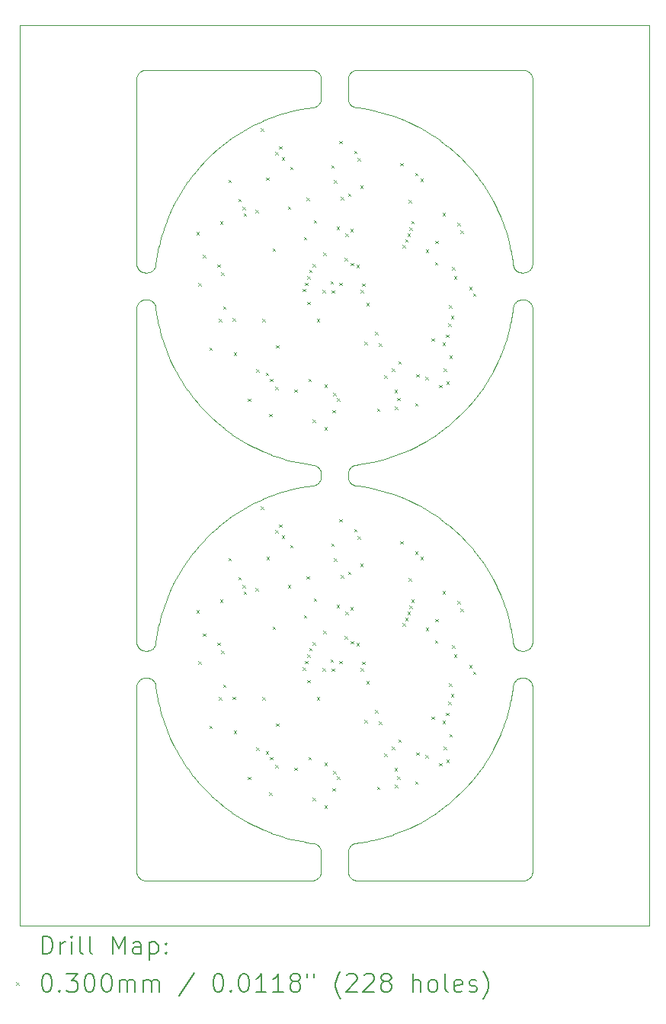
<source format=gbr>
%TF.GenerationSoftware,KiCad,Pcbnew,7.0.10-7.0.10~ubuntu22.04.1*%
%TF.CreationDate,2024-04-13T21:42:14+02:00*%
%TF.ProjectId,STM32_watch_NFC,53544d33-325f-4776-9174-63685f4e4643,rev?*%
%TF.SameCoordinates,PX6c3df60PY1312d00*%
%TF.FileFunction,Drillmap*%
%TF.FilePolarity,Positive*%
%FSLAX45Y45*%
G04 Gerber Fmt 4.5, Leading zero omitted, Abs format (unit mm)*
G04 Created by KiCad (PCBNEW 7.0.10-7.0.10~ubuntu22.04.1) date 2024-04-13 21:42:14*
%MOMM*%
%LPD*%
G01*
G04 APERTURE LIST*
%ADD10C,0.100000*%
%ADD11C,0.200000*%
G04 APERTURE END LIST*
D10*
X5260440Y-8048501D02*
X5304127Y-7962497D01*
X5663133Y-522852D02*
X5666850Y-526058D01*
X5676995Y-3086561D02*
X5680015Y-3090430D01*
X5682841Y-2705557D02*
X5680015Y-2709570D01*
X3345694Y-571124D02*
X3347003Y-575855D01*
X3706336Y-9094520D02*
X3710762Y-9092503D01*
X3296388Y-4896197D02*
X3300712Y-4898599D01*
X4905993Y-4322042D02*
X4972926Y-4252578D01*
X1870849Y-1739507D02*
X1869415Y-1741522D01*
X3338192Y-9446987D02*
X3335773Y-9451257D01*
X5487877Y-6876999D02*
X5486650Y-6872163D01*
X5659264Y-7269679D02*
X5663133Y-7272699D01*
X3650473Y-9174769D02*
X3651063Y-9169941D01*
X1717146Y-3806865D02*
X1762948Y-3891762D01*
X3655743Y-848916D02*
X3654230Y-844293D01*
X1673470Y-3715344D02*
X1674480Y-3717601D01*
X3672311Y-5078480D02*
X3669341Y-5074628D01*
X5527798Y-7267399D02*
X5531988Y-7264690D01*
X4758636Y-8654009D02*
X4832104Y-8591497D01*
X5559471Y-2746904D02*
X5554668Y-2745551D01*
X5676995Y-7286561D02*
X5680015Y-7290430D01*
X1302227Y-3130491D02*
X1303303Y-3125702D01*
X3264673Y-9498765D02*
X3259802Y-9499365D01*
X5693848Y-566464D02*
X5695388Y-571124D01*
X5512539Y-7280215D02*
X5516109Y-7276729D01*
X1300306Y-3150000D02*
X1300426Y-3145093D01*
X3259802Y-9499365D02*
X3254907Y-9499727D01*
X1485486Y-3079260D02*
X1488870Y-3082812D01*
X5305192Y-2039735D02*
X5304127Y-2037503D01*
X1485486Y-2720740D02*
X1481932Y-2724121D01*
X4059806Y-5180064D02*
X3966577Y-5155289D01*
X1515155Y-3147962D02*
X1529420Y-3243366D01*
X3657612Y-9438115D02*
X3655845Y-9433536D01*
X1309907Y-6892755D02*
X1307918Y-6888268D01*
X3268446Y-4886503D02*
X3273284Y-4887535D01*
X5693848Y-3116311D02*
X5695388Y-3120971D01*
X2281535Y-1313820D02*
X2279575Y-1315327D01*
X1928701Y-1662316D02*
X1870849Y-1739507D01*
X1573642Y-3438705D02*
X1601858Y-3530950D01*
X3320272Y-5086360D02*
X3316667Y-5089748D01*
X4246730Y-1044786D02*
X4156405Y-1010923D01*
X1400306Y-500153D02*
X3250000Y-500153D01*
X1424601Y-7250481D02*
X1429470Y-7251081D01*
X5495142Y-7304445D02*
X5497525Y-7300061D01*
X3669679Y-9459417D02*
X3666853Y-9455404D01*
X5100819Y-1701552D02*
X5099336Y-1699573D01*
X1317159Y-6905557D02*
X1314533Y-6901410D01*
X3287410Y-5107952D02*
X3282778Y-5109689D01*
X2444187Y-1201241D02*
X2442087Y-1202547D01*
X3340250Y-4941717D02*
X3342269Y-4946233D01*
X4339808Y-5285038D02*
X4337563Y-5284000D01*
X1492076Y-2713475D02*
X1488870Y-2717188D01*
X4832104Y-8591497D02*
X4833947Y-8589848D01*
X2130801Y-4358084D02*
X2202700Y-4422394D01*
X2527326Y-5352321D02*
X2444187Y-5401241D01*
X1362037Y-7257612D02*
X1366617Y-7255845D01*
X1301388Y-7335327D02*
X1302227Y-7330491D01*
X1340736Y-2730321D02*
X1336867Y-2727301D01*
X1716026Y-1995340D02*
X1674480Y-2082398D01*
X3330321Y-540583D02*
X3333147Y-544596D01*
X2984852Y-9032567D02*
X2987242Y-9033203D01*
X1319985Y-6909570D02*
X1317159Y-6905557D01*
X5569249Y-3051118D02*
X5574200Y-3050497D01*
X2984852Y-967432D02*
X2892265Y-994505D01*
X1312114Y-6897140D02*
X1309907Y-6892755D01*
X5545295Y-6942137D02*
X5540748Y-6940084D01*
X3326956Y-4920930D02*
X3330020Y-4924814D01*
X5692082Y-7311731D02*
X5693848Y-7316311D01*
X5604601Y-500273D02*
X5609496Y-500634D01*
X3678795Y-4914271D02*
X3682294Y-4910891D01*
X5158128Y-5982200D02*
X5156745Y-5980151D01*
X3672699Y-536714D02*
X3675905Y-532997D01*
X1362037Y-507765D02*
X1366617Y-505998D01*
X5540748Y-3059916D02*
X5545295Y-3057863D01*
X3268446Y-5113497D02*
X3263563Y-5114289D01*
X3666562Y-870635D02*
X3663980Y-866512D01*
X3291950Y-9094011D02*
X3296388Y-9096197D01*
X4154068Y-8989887D02*
X4156405Y-8989077D01*
X3725702Y-9496850D02*
X3720971Y-9495541D01*
X3178282Y-9073974D02*
X3180723Y-9074370D01*
X1390504Y-7250481D02*
X1395399Y-7250120D01*
X3719883Y-9089127D02*
X3724556Y-9087775D01*
X3666562Y-9129365D02*
X3669341Y-9125372D01*
X5438481Y-2409100D02*
X5412556Y-2316185D01*
X3689763Y-5095338D02*
X3685953Y-5092315D01*
X5438481Y-7590900D02*
X5439087Y-7588502D01*
X5673789Y-9467003D02*
X5670405Y-9470558D01*
X5659264Y-6930321D02*
X5655251Y-6933147D01*
X3659601Y-557397D02*
X3661808Y-553013D01*
X1508937Y-3116250D02*
X1510479Y-3120907D01*
X1514850Y-7345508D02*
X1515155Y-7347962D01*
X1474348Y-7269659D02*
X1478216Y-7272676D01*
X3178282Y-5126026D02*
X3083473Y-5143820D01*
X5099336Y-1699573D02*
X5039593Y-1623837D01*
X3669341Y-874628D02*
X3666562Y-870635D01*
X5484927Y-6862337D02*
X5477858Y-6805473D01*
X3650473Y-4974769D02*
X3651063Y-4969941D01*
X1300306Y-6850000D02*
X1300306Y-3150000D01*
X5642449Y-3059601D02*
X5646834Y-3061808D01*
X1385633Y-6948918D02*
X1380797Y-6948078D01*
X1414805Y-3050000D02*
X1419709Y-3050120D01*
X1357550Y-3059601D02*
X1362037Y-3057612D01*
X3332888Y-5071156D02*
X3330020Y-5075186D01*
X3264673Y-501235D02*
X3269509Y-502074D01*
X3740198Y-9499365D02*
X3735327Y-9498765D01*
X1326211Y-9467003D02*
X1323005Y-9463286D01*
X3335553Y-5066988D02*
X3332888Y-5071156D01*
X3083473Y-9056180D02*
X3178282Y-9073974D01*
X3345626Y-844464D02*
X3344063Y-849157D01*
X3666562Y-4929365D02*
X3669341Y-4925372D01*
X3344063Y-849157D02*
X3342269Y-853767D01*
X3964172Y-9045286D02*
X3966577Y-9044711D01*
X3650481Y-590351D02*
X3651082Y-585480D01*
X3651082Y-585480D02*
X3651921Y-580644D01*
X4156405Y-8989077D02*
X4246730Y-8955213D01*
X5696697Y-575855D02*
X5697772Y-580644D01*
X3327301Y-536714D02*
X3330321Y-540583D01*
X3650000Y-815516D02*
X3650000Y-600153D01*
X1303303Y-9424145D02*
X1302227Y-9419356D01*
X1434303Y-6948080D02*
X1429470Y-6948919D01*
X4598963Y-4570774D02*
X4678247Y-4515826D01*
X1869415Y-5941522D02*
X1815451Y-6021479D01*
X5663133Y-3072699D02*
X5666850Y-3075905D01*
X5500124Y-3095802D02*
X5502932Y-3091678D01*
X4428536Y-1128805D02*
X4426345Y-1127658D01*
X1500550Y-6901457D02*
X1497923Y-6905600D01*
X3678795Y-885729D02*
X3675465Y-882184D01*
X1357550Y-7259601D02*
X1362037Y-7257612D01*
X1514850Y-3145508D02*
X1515155Y-3147962D01*
X5156745Y-1780151D02*
X5100819Y-1701552D01*
X4680244Y-1285633D02*
X4678247Y-1284174D01*
X1635383Y-3624033D02*
X1636280Y-3626337D01*
X4062179Y-980758D02*
X4059806Y-980064D01*
X3335773Y-548743D02*
X3338192Y-553013D01*
X5492981Y-7308942D02*
X5495142Y-7304445D01*
X3308978Y-4904031D02*
X3312900Y-4907046D01*
X5304127Y-3762497D02*
X5305192Y-3760265D01*
X3350000Y-5015213D02*
X3349877Y-5020159D01*
X1510479Y-3120907D02*
X1511791Y-3125634D01*
X4756713Y-1344435D02*
X4680244Y-1285633D01*
X3661808Y-9446987D02*
X3659601Y-9442603D01*
X4904233Y-4323779D02*
X4905993Y-4322042D01*
X1366617Y-505998D02*
X1371277Y-504459D01*
X1353166Y-6938192D02*
X1348896Y-6935773D01*
X1930233Y-4139625D02*
X1991831Y-4213861D01*
X3317156Y-9473942D02*
X3313439Y-9477148D01*
X1366617Y-2744154D02*
X1362037Y-2742388D01*
X1300787Y-3140198D02*
X1301388Y-3135327D01*
X5666850Y-3075905D02*
X5670405Y-3079289D01*
X5637962Y-6942388D02*
X5633383Y-6944154D01*
X5614367Y-2748918D02*
X5609496Y-2749518D01*
X5519848Y-7273426D02*
X5523748Y-7270313D01*
X3964172Y-954714D02*
X3869833Y-934580D01*
X3682844Y-9473942D02*
X3679289Y-9470558D01*
X3724556Y-4887775D02*
X3729289Y-4886652D01*
X5210098Y-6063468D02*
X5158128Y-5982200D01*
X1636280Y-7826337D02*
X1673470Y-7915344D01*
X1309907Y-557397D02*
X1312114Y-553013D01*
X1991831Y-8413861D02*
X1993457Y-8415724D01*
X3279028Y-504459D02*
X3283689Y-505998D01*
X3180723Y-5125630D02*
X3178282Y-5126026D01*
X3344154Y-566464D02*
X3345694Y-571124D01*
X5489344Y-2681769D02*
X5487877Y-2676999D01*
X3250000Y-500153D02*
X3254907Y-500273D01*
X3291950Y-905989D02*
X3287410Y-907952D01*
X1300787Y-9409649D02*
X1300426Y-9404754D01*
X3345626Y-5044464D02*
X3344063Y-5049157D01*
X3346956Y-5039699D02*
X3345626Y-5044464D01*
X3769732Y-9081655D02*
X3772183Y-9081320D01*
X1529420Y-3243366D02*
X1529846Y-3245802D01*
X3348078Y-9419356D02*
X3347003Y-9424145D01*
X1869415Y-4058478D02*
X1870849Y-4060493D01*
X3697803Y-9099188D02*
X3702012Y-9096750D01*
X5502932Y-3091678D02*
X5505942Y-3087699D01*
X1312114Y-2697140D02*
X1309907Y-2692756D01*
X3682294Y-889109D02*
X3678795Y-885729D01*
X4680244Y-4514367D02*
X4756713Y-4455565D01*
X5673789Y-532997D02*
X5676995Y-536714D01*
X5038013Y-4178066D02*
X5039593Y-4176163D01*
X5666850Y-2724095D02*
X5663133Y-2727301D01*
X1514315Y-3140121D02*
X1514850Y-3145508D01*
X3966577Y-5155289D02*
X3964172Y-5154714D01*
X3719883Y-910873D02*
X3715282Y-909296D01*
X1762948Y-8091762D02*
X1764175Y-8093909D01*
X1300306Y-600153D02*
X1300426Y-595246D01*
X3282778Y-9090311D02*
X3287410Y-9092048D01*
X2060368Y-8488603D02*
X2128999Y-8556391D01*
X5345526Y-6330076D02*
X5344573Y-6327794D01*
X3651063Y-4969941D02*
X3651887Y-4965147D01*
X3304913Y-898787D02*
X3300712Y-901401D01*
X1300426Y-6854907D02*
X1300306Y-6850000D01*
X3650473Y-5025231D02*
X3650118Y-5020379D01*
X5663133Y-6927301D02*
X5659264Y-6930321D01*
X3312900Y-5092954D02*
X3308978Y-5095969D01*
X4680244Y-5485633D02*
X4678247Y-5484174D01*
X5540748Y-2740084D02*
X5536308Y-2737806D01*
X5687886Y-553013D02*
X5690093Y-557397D01*
X2058652Y-5713177D02*
X1993457Y-5784276D01*
X3345626Y-9155536D02*
X3346956Y-9160301D01*
X5380504Y-2219975D02*
X5345526Y-2130076D01*
X5697772Y-580644D02*
X5698612Y-585480D01*
X3320272Y-9113640D02*
X3323704Y-9117202D01*
X5489344Y-6881768D02*
X5487877Y-6876999D01*
X1448477Y-7255839D02*
X1453054Y-7257604D01*
X3663980Y-866512D02*
X3661602Y-862269D01*
X3338009Y-9137306D02*
X3340250Y-9141717D01*
X4756713Y-5544435D02*
X4680244Y-5485633D01*
X3178282Y-926026D02*
X3083473Y-943820D01*
X4596896Y-4572132D02*
X4598963Y-4570774D01*
X3675465Y-5082184D02*
X3672311Y-5078480D01*
X3273284Y-4887535D02*
X3278065Y-4888806D01*
X5536308Y-3062194D02*
X5540748Y-3059916D01*
X1453054Y-2742396D02*
X1448477Y-2744160D01*
X2704729Y-4735187D02*
X2706999Y-4736168D01*
X4249023Y-1045712D02*
X4246730Y-1044786D01*
X1513711Y-7335253D02*
X1514315Y-7340121D01*
X1329595Y-7279289D02*
X1333150Y-7275905D01*
X1400306Y-3050000D02*
X1414805Y-3050000D01*
X2984852Y-5167433D02*
X2892265Y-5194505D01*
X5516109Y-7276729D02*
X5519848Y-7273426D01*
X4156405Y-5210923D02*
X4154068Y-5210113D01*
X3278065Y-9088806D02*
X3282778Y-9090311D01*
X3672699Y-9463286D02*
X3669679Y-9459417D01*
X1497923Y-6905600D02*
X1495096Y-6909609D01*
X3348900Y-4969999D02*
X3349511Y-4974908D01*
X5609496Y-6949518D02*
X5604601Y-6949879D01*
X5646834Y-9488039D02*
X5642449Y-9490246D01*
X2128999Y-5643609D02*
X2060368Y-5711397D01*
X3663980Y-5066513D02*
X3661602Y-5062269D01*
X5696697Y-6874298D02*
X5695388Y-6879028D01*
X4426345Y-1127658D02*
X4339808Y-1085038D01*
X4598963Y-5429226D02*
X4596896Y-5427868D01*
X3297140Y-511961D02*
X3301410Y-514380D01*
X1993457Y-1584276D02*
X1991831Y-1586139D01*
X1457539Y-6940409D02*
X1453054Y-6942396D01*
X5699573Y-2654907D02*
X5699212Y-2659802D01*
X3651921Y-580644D02*
X3652997Y-575855D01*
X1227Y0D02*
X29Y-29D01*
X3263563Y-4885711D02*
X3268446Y-4886503D01*
X1340736Y-3069679D02*
X1344749Y-3066853D01*
X1227Y-10000000D02*
X6998773Y-10000000D01*
X1326211Y-532997D02*
X1329595Y-529442D01*
X5599694Y-6950000D02*
X5584163Y-6950000D01*
X1400306Y-9499847D02*
X1395399Y-9499727D01*
X3678795Y-9114271D02*
X3682294Y-9110891D01*
X1344749Y-2733147D02*
X1340736Y-2730321D01*
X3350000Y-4984787D02*
X3350000Y-5015213D01*
X3651887Y-834853D02*
X3651063Y-830059D01*
X2128999Y-1443609D02*
X2060368Y-1511397D01*
X3279028Y-9495541D02*
X3274298Y-9496850D01*
X3348048Y-834874D02*
X3346956Y-839699D01*
X3734071Y-4885761D02*
X3738891Y-4885103D01*
X5536308Y-7262194D02*
X5540748Y-7259916D01*
X5699212Y-3140198D02*
X5699573Y-3145093D01*
X5637962Y-9492235D02*
X5633383Y-9494001D01*
X1814119Y-6023563D02*
X1764175Y-6106091D01*
X3263563Y-914289D02*
X3180723Y-925630D01*
X5604601Y-7250120D02*
X5609496Y-7250481D01*
X5492981Y-2691058D02*
X5491046Y-2686459D01*
X1470336Y-7266836D02*
X1474348Y-7269659D01*
X1635383Y-6375967D02*
X1602640Y-6466704D01*
X3964172Y-4845286D02*
X3966577Y-4844711D01*
X5486650Y-3127837D02*
X5487877Y-3123001D01*
X1319985Y-3090430D02*
X1323005Y-3086561D01*
X1362037Y-2742388D02*
X1357550Y-2740399D01*
X3669679Y-540583D02*
X3672699Y-536714D01*
X3349877Y-4979841D02*
X3350000Y-4984787D01*
X3313439Y-522852D02*
X3317156Y-526058D01*
X5549939Y-2743961D02*
X5545295Y-2742137D01*
X3655845Y-566464D02*
X3657612Y-561885D01*
X1478216Y-2727324D02*
X1474348Y-2730341D01*
X4678247Y-8715826D02*
X4680244Y-8714367D01*
X1601858Y-3530950D02*
X1602640Y-3533296D01*
X5477858Y-3194527D02*
X5484927Y-3137663D01*
X3769732Y-918344D02*
X3738891Y-914897D01*
X5628722Y-3054306D02*
X5633383Y-3055845D01*
X3313439Y-9477148D02*
X3309570Y-9480168D01*
X3305557Y-9482994D02*
X3301410Y-9485620D01*
X5491046Y-2686459D02*
X5489344Y-2681769D01*
X3292755Y-509754D02*
X3297140Y-511961D01*
X3323704Y-5082798D02*
X3320272Y-5086360D01*
X1300306Y-7350000D02*
X1300426Y-7345093D01*
X1529846Y-6754198D02*
X1529420Y-6756634D01*
X3180723Y-4874370D02*
X3263563Y-4885711D01*
X5381343Y-3577699D02*
X5411832Y-3486180D01*
X1457539Y-2740409D02*
X1453054Y-2742396D01*
X5651104Y-9485620D02*
X5646834Y-9488039D01*
X1636280Y-3626337D02*
X1673470Y-3715344D01*
X5604601Y-6949879D02*
X5599694Y-6950000D01*
X1333150Y-2724095D02*
X1329595Y-2720711D01*
X3707244Y-509754D02*
X3711731Y-507765D01*
X5487877Y-2676999D02*
X5486650Y-2672163D01*
X5210098Y-8136532D02*
X5211378Y-8134416D01*
X1323005Y-2713439D02*
X1319985Y-2709570D01*
X5666850Y-7275905D02*
X5670405Y-7279289D01*
X1635383Y-7824033D02*
X1636280Y-7826337D01*
X1762948Y-3891762D02*
X1764175Y-3893909D01*
X3729289Y-5113348D02*
X3724556Y-5112225D01*
X4426345Y-5327658D02*
X4339808Y-5285038D01*
X1673470Y-7915344D02*
X1674480Y-7917601D01*
X5505942Y-2712301D02*
X5502932Y-2708322D01*
X1514315Y-7340121D02*
X1514850Y-7345508D01*
X1312114Y-9446987D02*
X1309907Y-9442603D01*
X1764175Y-3893909D02*
X1814119Y-3976437D01*
X1513711Y-6864747D02*
X1512869Y-6869580D01*
X5411832Y-2313820D02*
X5381343Y-2222301D01*
X1353166Y-7261808D02*
X1357550Y-7259601D01*
X5697772Y-2669509D02*
X5696697Y-2674298D01*
X1303303Y-3125702D02*
X1304612Y-3120971D01*
X3715282Y-9090704D02*
X3719883Y-9089127D01*
X5491046Y-3113541D02*
X5492981Y-3108942D01*
X5584163Y-7250000D02*
X5599694Y-7250000D01*
X3716311Y-9494001D02*
X3711731Y-9492235D01*
X3333147Y-9455404D02*
X3330321Y-9459417D01*
X1717146Y-8006865D02*
X1762948Y-8091762D01*
X1400306Y-6950000D02*
X1395399Y-6949879D01*
X1301388Y-9414520D02*
X1300787Y-9409649D01*
X5685467Y-7298590D02*
X5687886Y-7302860D01*
X1300787Y-2659802D02*
X1300426Y-2654907D01*
X1385633Y-3051082D02*
X1390504Y-3050481D01*
X3316667Y-5089748D02*
X3312900Y-5092954D01*
X2892265Y-4805495D02*
X2984852Y-4832567D01*
X5545295Y-7257863D02*
X5549939Y-7256039D01*
X5344573Y-3672206D02*
X5345526Y-3669924D01*
X4512860Y-1175653D02*
X4428536Y-1128805D01*
X5599694Y-3050000D02*
X5604601Y-3050120D01*
X5619203Y-2748079D02*
X5614367Y-2748918D01*
X5628722Y-7254306D02*
X5633383Y-7255845D01*
X1300426Y-7345093D02*
X1300787Y-7340198D01*
X2706999Y-4736168D02*
X2796459Y-4772255D01*
X5619203Y-502074D02*
X5623992Y-503150D01*
X5699694Y-600153D02*
X5699694Y-2650000D01*
X1716026Y-8004660D02*
X1717146Y-8006865D01*
X1601858Y-7730950D02*
X1602640Y-7733296D01*
X1340736Y-6930321D02*
X1336867Y-6927301D01*
X3283689Y-9494001D02*
X3279028Y-9495541D01*
X3719883Y-5110873D02*
X3715282Y-5109296D01*
X3652944Y-9160398D02*
X3654230Y-9155707D01*
X5670405Y-2720711D02*
X5666850Y-2724095D01*
X3697803Y-900812D02*
X3693716Y-898173D01*
X3349877Y-9179841D02*
X3350000Y-9184787D01*
X1502970Y-7302810D02*
X1505178Y-7307191D01*
X3702012Y-5103250D02*
X3697803Y-5100812D01*
X3340399Y-9442603D02*
X3338192Y-9446987D01*
X3348078Y-580644D02*
X3348917Y-585480D01*
X2892265Y-994505D02*
X2889909Y-995258D01*
X5646834Y-2738192D02*
X5642449Y-2740399D01*
X1376008Y-9496850D02*
X1371277Y-9495541D01*
X3312900Y-892954D02*
X3308978Y-895969D01*
X3348048Y-9165126D02*
X3348900Y-9169999D01*
X1307918Y-9438115D02*
X1306151Y-9433536D01*
X3654230Y-4955707D02*
X3655743Y-4951084D01*
X3666853Y-9455404D02*
X3664227Y-9451257D01*
X2798775Y-4773123D02*
X2889909Y-4804742D01*
X1485486Y-6920740D02*
X1481932Y-6924121D01*
X1353166Y-2738192D02*
X1348896Y-2735773D01*
X4428536Y-4671195D02*
X4512860Y-4624347D01*
X1376008Y-2747003D02*
X1371277Y-2745694D01*
X1307918Y-2688268D02*
X1306151Y-2683689D01*
X4974598Y-4250755D02*
X5038013Y-4178066D01*
X3651921Y-9419356D02*
X3651082Y-9414520D01*
X1502970Y-3102810D02*
X1505178Y-3107191D01*
X5699694Y-7350000D02*
X5699694Y-9399847D01*
X5211378Y-3934416D02*
X5259265Y-3850678D01*
X1573642Y-6561295D02*
X1572977Y-6563677D01*
X5344573Y-7872206D02*
X5345526Y-7869924D01*
X3672311Y-9121520D02*
X3675465Y-9117816D01*
X1549358Y-6657205D02*
X1548812Y-6659617D01*
X3305557Y-517006D02*
X3309570Y-519832D01*
X2060368Y-5711397D02*
X2058652Y-5713177D01*
X3693716Y-5098173D02*
X3689763Y-5095338D01*
X3326956Y-879070D02*
X3323704Y-882798D01*
X1301388Y-6864673D02*
X1300787Y-6859802D01*
X3769732Y-5118345D02*
X3738891Y-5114897D01*
X3346956Y-4960301D02*
X3348048Y-4965126D01*
X1602640Y-2266704D02*
X1601858Y-2269050D01*
X5100819Y-5901552D02*
X5099336Y-5899573D01*
X5698612Y-3135327D02*
X5699212Y-3140198D01*
X2984852Y-4832567D02*
X2987242Y-4833203D01*
X5642449Y-6940399D02*
X5637962Y-6942388D01*
X5516109Y-3076729D02*
X5519848Y-3073426D01*
X2279575Y-5515327D02*
X2204583Y-5576003D01*
X5628722Y-504459D02*
X5633383Y-505998D01*
X1673470Y-6284656D02*
X1636280Y-6373662D01*
X4154068Y-4789887D02*
X4156405Y-4789077D01*
X5380504Y-6419975D02*
X5345526Y-6330076D01*
X2279575Y-4484673D02*
X2281535Y-4486180D01*
X3867402Y-5134124D02*
X3772183Y-5118680D01*
X2361468Y-8744482D02*
X2442087Y-8797453D01*
X1333150Y-7275905D02*
X1336867Y-7272699D01*
X5695388Y-2679029D02*
X5693848Y-2683689D01*
X5477492Y-2603027D02*
X5460872Y-2508006D01*
X1448477Y-6944160D02*
X1443818Y-6945698D01*
X1478216Y-3072676D02*
X1481932Y-3075879D01*
X1572977Y-7636323D02*
X1573642Y-7638705D01*
X5642449Y-7259601D02*
X5646834Y-7261808D01*
X1572977Y-3436323D02*
X1573642Y-3438705D01*
X5545295Y-2742137D02*
X5540748Y-2740084D01*
X5210098Y-3936532D02*
X5211378Y-3934416D01*
X1466190Y-6935787D02*
X1461921Y-6938204D01*
X1376008Y-3052997D02*
X1380797Y-3051921D01*
X1304612Y-9428876D02*
X1303303Y-9424145D01*
X1507169Y-2688326D02*
X1505178Y-2692809D01*
X1991831Y-5786139D02*
X1930233Y-5860375D01*
X1385633Y-9498765D02*
X1380797Y-9497926D01*
X5484927Y-3137663D02*
X5485666Y-3132728D01*
X1764175Y-8093909D02*
X1814119Y-8176437D01*
X5527798Y-6932601D02*
X5523748Y-6929687D01*
X4059806Y-980064D02*
X3966577Y-955289D01*
X5211378Y-1865584D02*
X5210098Y-1863468D01*
X4972926Y-1547422D02*
X4905993Y-1477958D01*
X3278065Y-5111194D02*
X3273284Y-5112465D01*
X3655743Y-4951084D02*
X3657478Y-4946540D01*
X5699212Y-6859802D02*
X5698612Y-6864673D01*
X5646834Y-511961D02*
X5651104Y-514380D01*
X1400306Y-7250000D02*
X1414805Y-7250000D01*
X1380797Y-3051921D02*
X1385633Y-3051082D01*
X5495142Y-6895555D02*
X5492981Y-6891058D01*
X3690430Y-9480168D02*
X3686560Y-9477148D01*
X2987242Y-966797D02*
X2984852Y-967432D01*
X1317159Y-544596D02*
X1319985Y-540583D01*
X5676995Y-2713439D02*
X5673789Y-2717156D01*
X3715282Y-4890704D02*
X3719883Y-4889127D01*
X3348900Y-830001D02*
X3348048Y-834874D01*
X1323005Y-3086561D02*
X1326211Y-3082844D01*
X1333150Y-9473942D02*
X1329595Y-9470558D01*
X3349511Y-4974908D02*
X3349877Y-4979841D01*
X1380797Y-6948078D02*
X1376008Y-6947003D01*
X3324095Y-532997D02*
X3327301Y-536714D01*
X3720971Y-504459D02*
X3725702Y-503150D01*
X5523748Y-6929687D02*
X5519848Y-6926574D01*
X5495142Y-3104445D02*
X5497525Y-3100061D01*
X1362037Y-3057612D02*
X1366617Y-3055845D01*
X5619203Y-6948078D02*
X5614367Y-6948918D01*
X5549939Y-6943961D02*
X5545295Y-6942137D01*
X3661602Y-4937731D02*
X3663980Y-4933487D01*
X4059806Y-9019936D02*
X4062179Y-9019242D01*
X1870849Y-4060493D02*
X1928701Y-4137684D01*
X3654230Y-5044293D02*
X3652944Y-5039602D01*
X1307918Y-7311731D02*
X1309907Y-7307244D01*
X3652944Y-839602D02*
X3651887Y-834853D01*
X1513711Y-3135253D02*
X1514315Y-3140121D01*
X3650118Y-9179621D02*
X3650473Y-9174769D01*
X3669341Y-5074628D02*
X3666562Y-5070635D01*
X1488870Y-3082812D02*
X1492076Y-3086525D01*
X1301388Y-2664673D02*
X1300787Y-2659802D01*
X3702860Y-511961D02*
X3707244Y-509754D01*
X1478216Y-7272676D02*
X1481932Y-7275879D01*
X5642449Y-2740399D02*
X5637962Y-2742388D01*
X5477858Y-2605473D02*
X5477492Y-2603027D01*
X5698612Y-2664673D02*
X5697772Y-2669509D01*
X3738891Y-5114897D02*
X3734071Y-5114239D01*
X1306151Y-7316311D02*
X1307918Y-7311731D01*
X5531988Y-2735310D02*
X5527798Y-2732601D01*
X3273284Y-9087535D02*
X3278065Y-9088806D01*
X5599694Y-7250000D02*
X5604601Y-7250120D01*
X5305192Y-6239735D02*
X5304127Y-6237503D01*
X3346956Y-839699D02*
X3345626Y-844464D01*
X5692082Y-6888268D02*
X5690093Y-6892755D01*
X3724556Y-9087775D02*
X3729289Y-9086652D01*
X4758636Y-4454009D02*
X4832104Y-4391497D01*
X5609496Y-9499365D02*
X5604601Y-9499727D01*
X1510479Y-7320907D02*
X1511791Y-7325634D01*
X1636280Y-6373662D02*
X1635383Y-6375967D01*
X3666562Y-5070635D02*
X3663980Y-5066513D01*
X5509147Y-2716125D02*
X5505942Y-2712301D01*
X1717146Y-1993135D02*
X1716026Y-1995340D01*
X3716311Y-505998D02*
X3720971Y-504459D01*
X1419709Y-3050120D02*
X1424601Y-3050481D01*
X1457539Y-7259591D02*
X1461921Y-7261796D01*
X3706336Y-5105480D02*
X3702012Y-5103250D01*
X1300787Y-590351D02*
X1301388Y-585480D01*
X3312900Y-9107046D02*
X3316667Y-9110252D01*
X3867402Y-9065876D02*
X3869833Y-9065420D01*
X3268446Y-913497D02*
X3263563Y-914289D01*
X4904233Y-8523779D02*
X4905993Y-8522042D01*
X3326956Y-9120930D02*
X3330020Y-9124814D01*
X3350000Y-9399847D02*
X3349879Y-9404754D01*
X3707244Y-9490246D02*
X3702860Y-9488039D01*
X5609496Y-2749518D02*
X5604601Y-2749880D01*
X5260440Y-1951499D02*
X5259265Y-1949322D01*
X5156745Y-8219849D02*
X5158128Y-8217799D01*
X5584163Y-6950000D02*
X5579175Y-6949875D01*
X3661602Y-5062269D02*
X3659433Y-5057915D01*
X5699694Y-3150000D02*
X5699694Y-6850000D01*
X1507169Y-7311674D02*
X1508937Y-7316250D01*
X3867402Y-934124D02*
X3772183Y-918680D01*
X1474348Y-6930341D02*
X1470336Y-6933164D01*
X1395399Y-500273D02*
X1400306Y-500153D01*
X1529846Y-2554198D02*
X1529420Y-2556634D01*
X5687886Y-9446987D02*
X5685467Y-9451257D01*
X3769732Y-4881655D02*
X3772183Y-4881320D01*
X1674480Y-2082398D02*
X1673470Y-2084656D01*
X3675465Y-4917816D02*
X3678795Y-4914271D01*
X1306151Y-9433536D02*
X1304612Y-9428876D01*
X3282778Y-909689D02*
X3278065Y-911194D01*
X3300712Y-9098599D02*
X3304913Y-9101213D01*
X5574200Y-2749502D02*
X5569249Y-2748882D01*
X3349879Y-595246D02*
X3350000Y-600153D01*
X3345626Y-4955536D02*
X3346956Y-4960301D01*
X5523748Y-7270313D02*
X5527798Y-7267399D01*
X5699212Y-7340198D02*
X5699573Y-7345093D01*
X5682841Y-9455404D02*
X5680015Y-9459417D01*
X1344749Y-9482994D02*
X1340736Y-9480168D01*
X3693716Y-4901827D02*
X3697803Y-4899188D01*
X1414805Y-7250000D02*
X1419709Y-7250120D01*
X3663980Y-4933487D02*
X3666562Y-4929365D01*
X3682294Y-4910891D02*
X3685953Y-4907685D01*
X3291950Y-5105989D02*
X3287410Y-5107952D01*
X1434303Y-2748081D02*
X1429470Y-2748919D01*
X1514315Y-2659879D02*
X1513711Y-2664747D01*
X5623992Y-9496850D02*
X5619203Y-9497926D01*
X5698612Y-9414520D02*
X5697772Y-9419356D01*
X3324095Y-9467003D02*
X3320711Y-9470558D01*
X3287410Y-907952D02*
X3282778Y-909689D01*
X3288268Y-507765D02*
X3292755Y-509754D01*
X5579175Y-3050124D02*
X5584163Y-3050000D01*
X5670405Y-529442D02*
X5673789Y-532997D01*
X3738891Y-9085103D02*
X3769732Y-9081655D01*
X3323704Y-4917202D02*
X3326956Y-4920930D01*
X1453054Y-6942396D02*
X1448477Y-6944160D01*
X2361468Y-4544482D02*
X2442087Y-4597453D01*
X2060368Y-4288603D02*
X2128999Y-4356391D01*
X4596896Y-5427868D02*
X4514992Y-5376907D01*
X4833947Y-1410152D02*
X4832104Y-1408503D01*
X5460872Y-3291994D02*
X5477492Y-3196973D01*
X2130801Y-8558084D02*
X2202700Y-8622394D01*
X1478216Y-6927324D02*
X1474348Y-6930341D01*
X5519848Y-6926574D02*
X5516109Y-6923271D01*
X1548812Y-6659617D02*
X1529846Y-6754198D01*
X1371277Y-9495541D02*
X1366617Y-9494001D01*
X1333150Y-526058D02*
X1336867Y-522852D01*
X4904233Y-1476220D02*
X4833947Y-1410152D01*
X1302227Y-9419356D02*
X1301388Y-9414520D01*
X1514850Y-6854491D02*
X1514315Y-6859879D01*
X3350000Y-815213D02*
X3349877Y-820159D01*
X5699573Y-595246D02*
X5699694Y-600153D01*
X5633383Y-2744154D02*
X5628722Y-2745694D01*
X1510479Y-2679093D02*
X1508937Y-2683750D01*
X5633383Y-9494001D02*
X5628722Y-9495541D01*
X5666850Y-6924095D02*
X5663133Y-6927301D01*
X2617164Y-4694720D02*
X2704729Y-4735187D01*
X1434303Y-3051919D02*
X1439090Y-3052994D01*
X1301388Y-585480D02*
X1302227Y-580644D01*
X6999970Y-29D02*
X6998773Y0D01*
X3651082Y-9414520D02*
X3650481Y-9409649D01*
X5663133Y-9477148D02*
X5659264Y-9480168D01*
X4678247Y-5484174D02*
X4598963Y-5429226D01*
X3663980Y-9133487D02*
X3666562Y-9129365D01*
X1993457Y-4215724D02*
X2058652Y-4286823D01*
X3679289Y-9470558D02*
X3675905Y-9467003D01*
X2202700Y-4422395D02*
X2204583Y-4423997D01*
X5628722Y-9495541D02*
X5623992Y-9496850D01*
X3698590Y-9485620D02*
X3694443Y-9482994D01*
X3666853Y-544596D02*
X3669679Y-540583D01*
X3869833Y-9065420D02*
X3964172Y-9045286D01*
X3685953Y-5092315D02*
X3682294Y-5089109D01*
X2796459Y-5227745D02*
X2706999Y-5263832D01*
X3288268Y-9492235D02*
X3283689Y-9494001D01*
X3729289Y-4886652D02*
X3734071Y-4885761D01*
X1461921Y-3061796D02*
X1466190Y-3064212D01*
X1448477Y-3055839D02*
X1453054Y-3057604D01*
X5695388Y-6879028D02*
X5693848Y-6883689D01*
X5609496Y-3050481D02*
X5614367Y-3051082D01*
X2361468Y-1255518D02*
X2359436Y-1256927D01*
X1439090Y-6947006D02*
X1434303Y-6948080D01*
X5699573Y-6854907D02*
X5699212Y-6859802D01*
X1319985Y-9459417D02*
X1317159Y-9455404D01*
X5554668Y-7254449D02*
X5559471Y-7253096D01*
X5304127Y-6237503D02*
X5260440Y-6151499D01*
X5259265Y-1949322D02*
X5211378Y-1865584D01*
X5614367Y-7251082D02*
X5619203Y-7251921D01*
X3335553Y-9133012D02*
X3338009Y-9137306D01*
X1500550Y-2701457D02*
X1497923Y-2705600D01*
X5489344Y-3118231D02*
X5491046Y-3113541D01*
X1991831Y-4213861D02*
X1993457Y-4215724D01*
X5574200Y-3050497D02*
X5579175Y-3050124D01*
X1362037Y-9492235D02*
X1357550Y-9490246D01*
X1390504Y-3050481D02*
X1395399Y-3050120D01*
X3655743Y-9151084D02*
X3657478Y-9146540D01*
X1371277Y-504459D02*
X1376008Y-503150D01*
X1340736Y-7269679D02*
X1344749Y-7266853D01*
X1304612Y-2679029D02*
X1303303Y-2674298D01*
X3330321Y-9459417D02*
X3327301Y-9463286D01*
X5655251Y-7266853D02*
X5659264Y-7269679D01*
X3650000Y-9399847D02*
X3650000Y-9184484D01*
X5569249Y-2748882D02*
X5564335Y-2748015D01*
X3772183Y-4881320D02*
X3867402Y-4865876D01*
X5633383Y-7255845D02*
X5637962Y-7257612D01*
X3323704Y-9117202D02*
X3326956Y-9120930D01*
X3735327Y-9498765D02*
X3730491Y-9497926D01*
X3651887Y-4965147D02*
X3652944Y-4960398D01*
X1993457Y-8415724D02*
X2058652Y-8486823D01*
X2444187Y-5401241D02*
X2442087Y-5402547D01*
X1993457Y-5784276D02*
X1991831Y-5786139D01*
X2798775Y-1026877D02*
X2796459Y-1027745D01*
X3710762Y-9092503D02*
X3715282Y-9090704D01*
X1515155Y-7347962D02*
X1529420Y-7443366D01*
X5439087Y-6611498D02*
X5438481Y-6609100D01*
X2704729Y-5264813D02*
X2617164Y-5305280D01*
X1474348Y-2730341D02*
X1470336Y-2733164D01*
X3772183Y-5118680D02*
X3769732Y-5118345D01*
X5637962Y-7257612D02*
X5642449Y-7259601D01*
X5554668Y-6945551D02*
X5549939Y-6943961D01*
X3340250Y-9141717D02*
X3342269Y-9146233D01*
X3342269Y-9146233D02*
X3344063Y-9150843D01*
X2796459Y-8972255D02*
X2798775Y-8973123D01*
X3349511Y-9174908D02*
X3349877Y-9179841D01*
X3083473Y-5143820D02*
X3081055Y-5144336D01*
X5623992Y-2747003D02*
X5619203Y-2748079D01*
X3348917Y-9414520D02*
X3348078Y-9419356D01*
X1323005Y-536714D02*
X1326211Y-532997D01*
X3650120Y-595246D02*
X3650481Y-590351D01*
X5158128Y-8217799D02*
X5210098Y-8136532D01*
X3730491Y-502074D02*
X3735327Y-501235D01*
X5663133Y-2727301D02*
X5659264Y-2730321D01*
X1507169Y-6888325D02*
X1505178Y-6892809D01*
X3652997Y-9424145D02*
X3651921Y-9419356D01*
X1515155Y-6852037D02*
X1514850Y-6854491D01*
X5411832Y-7686180D02*
X5412556Y-7683815D01*
X5685467Y-2701410D02*
X5682841Y-2705557D01*
X3349518Y-9409649D02*
X3348917Y-9414520D01*
X5698612Y-6864673D02*
X5697772Y-6869509D01*
X2130801Y-5641916D02*
X2128999Y-5643609D01*
X5259265Y-6149322D02*
X5211378Y-6065584D01*
X6999970Y-9999970D02*
X7000000Y-9998773D01*
X5487877Y-7323001D02*
X5489344Y-7318231D01*
X5477492Y-6803027D02*
X5460872Y-6708005D01*
X1548812Y-3340383D02*
X1549358Y-3342795D01*
X1716026Y-3804660D02*
X1717146Y-3806865D01*
X3344154Y-9433536D02*
X3342388Y-9438115D01*
X1326211Y-2717156D02*
X1323005Y-2713439D01*
X3734071Y-914239D02*
X3729289Y-913348D01*
X1470336Y-6933164D02*
X1466190Y-6935787D01*
X3296388Y-903803D02*
X3291950Y-905989D01*
X5659264Y-519832D02*
X5663133Y-522852D01*
X3669341Y-4925372D02*
X3672311Y-4921520D01*
X5666850Y-526058D02*
X5670405Y-529442D01*
X3710762Y-5107497D02*
X3706336Y-5105480D01*
X5659264Y-3069679D02*
X5663133Y-3072699D01*
X1385633Y-7251082D02*
X1390504Y-7250481D01*
X1762948Y-6108238D02*
X1717146Y-6193135D01*
X3304913Y-4901213D02*
X3308978Y-4904031D01*
X4339808Y-4714962D02*
X4426345Y-4672342D01*
X1323005Y-6913439D02*
X1319985Y-6909570D01*
X3654306Y-571124D02*
X3655845Y-566464D01*
X5412556Y-3483815D02*
X5438481Y-3390900D01*
X3651887Y-9165147D02*
X3652944Y-9160398D01*
X1928701Y-5862316D02*
X1870849Y-5939507D01*
X3338192Y-553013D02*
X3340399Y-557397D01*
X2892265Y-5194505D02*
X2889909Y-5195258D01*
X1481932Y-3075879D02*
X1485486Y-3079260D01*
X5516109Y-6923271D02*
X5512539Y-6919785D01*
X1572977Y-2363677D02*
X1549358Y-2457205D01*
X5692082Y-3111731D02*
X5693848Y-3116311D01*
X1870849Y-5939507D02*
X1869415Y-5941522D01*
X5260440Y-3848501D02*
X5304127Y-3762497D01*
X2281535Y-4486180D02*
X2359436Y-4543073D01*
X4339808Y-1085038D02*
X4337563Y-1084000D01*
X3675465Y-882184D02*
X3672311Y-878480D01*
X1502970Y-6897190D02*
X1500550Y-6901457D01*
X1371277Y-6945694D02*
X1366617Y-6944154D01*
X5659264Y-9480168D02*
X5655251Y-9482994D01*
X3657478Y-9146540D02*
X3659433Y-9142085D01*
X5497525Y-3100061D02*
X5500124Y-3095802D01*
X1466190Y-7264212D02*
X1470336Y-7266836D01*
X1312114Y-3102860D02*
X1314533Y-3098590D01*
X2889909Y-9004742D02*
X2892265Y-9005495D01*
X3273284Y-5112465D02*
X3268446Y-5113497D01*
X3081055Y-9055664D02*
X3083473Y-9056180D01*
X3263563Y-5114289D02*
X3180723Y-5125630D01*
X2704729Y-1064813D02*
X2617164Y-1105280D01*
X3657478Y-4946540D02*
X3659433Y-4942085D01*
X3689763Y-895338D02*
X3685953Y-892314D01*
X1814119Y-3976437D02*
X1815451Y-3978520D01*
X3964172Y-5154714D02*
X3869833Y-5134580D01*
X1395399Y-7250120D02*
X1400306Y-7250000D01*
X4974598Y-5749245D02*
X4972926Y-5747422D01*
X1336867Y-7272699D02*
X1340736Y-7269679D01*
X5477858Y-6805473D02*
X5477492Y-6803027D01*
X5680015Y-3090430D02*
X5682841Y-3094443D01*
X29Y-9999971D02*
X1227Y-10000000D01*
X1548812Y-7540383D02*
X1549358Y-7542795D01*
X5695388Y-9428876D02*
X5693848Y-9433536D01*
X1448477Y-2744160D02*
X1443818Y-2745699D01*
X4905993Y-8522042D02*
X4972926Y-8452578D01*
X3730491Y-9497926D02*
X3725702Y-9496850D01*
X3338009Y-5062694D02*
X3335553Y-5066988D01*
X2444187Y-8798759D02*
X2527326Y-8847679D01*
X5655251Y-517006D02*
X5659264Y-519832D01*
X5038013Y-5821934D02*
X4974598Y-5749245D01*
X3693716Y-9101827D02*
X3697803Y-9099188D01*
X3083473Y-943820D02*
X3081055Y-944336D01*
X3678795Y-5085729D02*
X3675465Y-5082184D01*
X2706999Y-1063832D02*
X2704729Y-1064813D01*
X5680015Y-7290430D02*
X5682841Y-7294443D01*
X3304913Y-5098787D02*
X3300712Y-5101401D01*
X5531988Y-3064690D02*
X5536308Y-3062194D01*
X5038013Y-8378066D02*
X5039593Y-8376163D01*
X1326211Y-7282844D02*
X1329595Y-7279289D01*
X1344749Y-517006D02*
X1348896Y-514380D01*
X1510479Y-6879093D02*
X1508937Y-6883750D01*
X2128999Y-4356391D02*
X2130801Y-4358084D01*
X3349518Y-590351D02*
X3349879Y-595246D01*
X4905993Y-1477958D02*
X4904233Y-1476220D01*
X2279575Y-1315327D02*
X2204583Y-1376003D01*
X1488870Y-6917188D02*
X1485486Y-6920740D01*
X3689763Y-9104662D02*
X3693716Y-9101827D01*
X3340250Y-5058283D02*
X3338009Y-5062694D01*
X4059806Y-4819936D02*
X4062179Y-4819242D01*
X3706336Y-4894520D02*
X3710762Y-4892503D01*
X5540748Y-6940084D02*
X5536308Y-6937806D01*
X3083473Y-4856180D02*
X3178282Y-4873974D01*
X5460386Y-7494419D02*
X5460872Y-7491994D01*
X2279575Y-8684673D02*
X2281535Y-8686180D01*
X1439090Y-3052994D02*
X1443818Y-3054301D01*
X3287410Y-4892048D02*
X3291950Y-4894011D01*
X1515155Y-2652037D02*
X1514850Y-2654492D01*
X4514992Y-1176907D02*
X4512860Y-1175653D01*
X5599694Y-2750000D02*
X5584163Y-2750000D01*
X1481932Y-7275879D02*
X1485486Y-7279260D01*
X3320272Y-886360D02*
X3316667Y-889748D01*
X5439087Y-7588502D02*
X5460386Y-7494419D01*
X3679289Y-529442D02*
X3682844Y-526058D01*
X5509147Y-3083874D02*
X5512539Y-3080215D01*
X6998773Y0D02*
X1227Y0D01*
X5477492Y-3196973D02*
X5477858Y-3194527D01*
X3292755Y-9490246D02*
X3288268Y-9492235D01*
X3689763Y-4904662D02*
X3693716Y-4901827D01*
X5345526Y-3669924D02*
X5380504Y-3580025D01*
X2987242Y-5166797D02*
X2984852Y-5167433D01*
X1366617Y-3055845D02*
X1371277Y-3054306D01*
X5100819Y-4098447D02*
X5156745Y-4019849D01*
X5500124Y-7295802D02*
X5502932Y-7291678D01*
X5411832Y-3486180D02*
X5412556Y-3483815D01*
X1870849Y-8260493D02*
X1928701Y-8337684D01*
X5492981Y-6891058D02*
X5491046Y-6886458D01*
X5412556Y-7683815D02*
X5438481Y-7590900D01*
X3274298Y-503150D02*
X3279028Y-504459D01*
X5697772Y-9419356D02*
X5696697Y-9424145D01*
X3309570Y-519832D02*
X3313439Y-522852D01*
X1869415Y-8258478D02*
X1870849Y-8260493D01*
X4972926Y-8452578D02*
X4974598Y-8450755D01*
X4598963Y-1229226D02*
X4596896Y-1227868D01*
X3296388Y-5103803D02*
X3291950Y-5105989D01*
X2060368Y-1511397D02*
X2058652Y-1513177D01*
X3346956Y-9160301D02*
X3348048Y-9165126D01*
X5651104Y-3064227D02*
X5655251Y-3066853D01*
X1492076Y-6913475D02*
X1488870Y-6917188D01*
X3348917Y-585480D02*
X3349518Y-590351D01*
X1930233Y-5860375D02*
X1928701Y-5862316D01*
X3711731Y-507765D02*
X3716311Y-505998D01*
X1309907Y-3107244D02*
X1312114Y-3102860D01*
X1302227Y-2669509D02*
X1301388Y-2664673D01*
X1508937Y-2683750D02*
X1507169Y-2688326D01*
X1419709Y-2749880D02*
X1414805Y-2750000D01*
X2796459Y-4772255D02*
X2798775Y-4773123D01*
X5500124Y-6904198D02*
X5497525Y-6899938D01*
X2614945Y-1106373D02*
X2529488Y-1151120D01*
X5693848Y-6883689D02*
X5692082Y-6888268D01*
X1505178Y-6892809D02*
X1502970Y-6897190D01*
X1764175Y-6106091D02*
X1762948Y-6108238D01*
X3320711Y-529442D02*
X3324095Y-532997D01*
X2617164Y-8894720D02*
X2704729Y-8935187D01*
X1329595Y-9470558D02*
X1326211Y-9467003D01*
X4249023Y-8954288D02*
X4337563Y-8916000D01*
X4904233Y-5676220D02*
X4833947Y-5610152D01*
X5523748Y-2729687D02*
X5519848Y-2726574D01*
X5699573Y-7345093D02*
X5699694Y-7350000D01*
X5696697Y-3125702D02*
X5697772Y-3130491D01*
X3287410Y-9092048D02*
X3291950Y-9094011D01*
X5492981Y-3108942D02*
X5495142Y-3104445D01*
X1549358Y-7542795D02*
X1572977Y-7636323D01*
X5682841Y-7294443D02*
X5685467Y-7298590D01*
X1814119Y-8176437D02*
X1815451Y-8178520D01*
X3350000Y-600153D02*
X3350000Y-815213D01*
X5633383Y-6944154D02*
X5628722Y-6945694D01*
X5579175Y-2749876D02*
X5574200Y-2749502D01*
X2796459Y-1027745D02*
X2706999Y-1063832D01*
X5502932Y-7291678D02*
X5505942Y-7287699D01*
X5039593Y-1623837D02*
X5038013Y-1621934D01*
X1303303Y-6874298D02*
X1302227Y-6869509D01*
X3349511Y-5025092D02*
X3348900Y-5030001D01*
X5460872Y-6708005D02*
X5460386Y-6705581D01*
X1424601Y-2749519D02*
X1419709Y-2749880D01*
X1572977Y-6563677D02*
X1549358Y-6657205D01*
X5381343Y-7777699D02*
X5411832Y-7686180D01*
X4512860Y-4624347D02*
X4514992Y-4623093D01*
X3966577Y-9044711D02*
X4059806Y-9019936D01*
X5477492Y-7396973D02*
X5477858Y-7394527D01*
X3685953Y-4907685D02*
X3689763Y-4904662D01*
X3715282Y-909296D02*
X3710762Y-907497D01*
X4512860Y-5375653D02*
X4428536Y-5328805D01*
X4514992Y-5376907D02*
X4512860Y-5375653D01*
X1306151Y-3116311D02*
X1307918Y-3111731D01*
X2529488Y-8848880D02*
X2614945Y-8893627D01*
X3296388Y-9096197D02*
X3300712Y-9098599D01*
X5156745Y-5980151D02*
X5100819Y-5901552D01*
X4337563Y-8916000D02*
X4339808Y-8914962D01*
X3664227Y-548743D02*
X3666853Y-544596D01*
X1357550Y-2740399D02*
X1353166Y-2738192D01*
X2987242Y-4833203D02*
X3081055Y-4855664D01*
X3650481Y-9409649D02*
X3650120Y-9404754D01*
X3335553Y-866988D02*
X3332888Y-871155D01*
X5623992Y-3052997D02*
X5628722Y-3054306D01*
X3698590Y-514380D02*
X3702860Y-511961D01*
X5554668Y-2745551D02*
X5549939Y-2743961D01*
X3332888Y-871155D02*
X3330020Y-875186D01*
X5531988Y-6935310D02*
X5527798Y-6932601D01*
X2281535Y-5513820D02*
X2279575Y-5515327D01*
X1602640Y-3533296D02*
X1635383Y-3624033D01*
X1303303Y-575855D02*
X1304612Y-571124D01*
X1488870Y-7282812D02*
X1492076Y-7286525D01*
X3342388Y-9438115D02*
X3340399Y-9442603D01*
X5628722Y-2745694D02*
X5623992Y-2747003D01*
X5604601Y-2749880D02*
X5599694Y-2750000D01*
X1635383Y-2175967D02*
X1602640Y-2266704D01*
X5619203Y-9497926D02*
X5614367Y-9498765D01*
X4598963Y-8770774D02*
X4678247Y-8715826D01*
X4062179Y-5180758D02*
X4059806Y-5180064D01*
X1466190Y-3064212D02*
X1470336Y-3066836D01*
X5637962Y-2742388D02*
X5633383Y-2744154D01*
X3745093Y-9499727D02*
X3740198Y-9499365D01*
X1928701Y-4137684D02*
X1930233Y-4139625D01*
X1303303Y-7325702D02*
X1304612Y-7320971D01*
X5345526Y-2130076D02*
X5344573Y-2127794D01*
X5380504Y-7780025D02*
X5381343Y-7777699D01*
X1300426Y-595246D02*
X1300787Y-590351D01*
X5438481Y-3390900D02*
X5439087Y-3388502D01*
X5512539Y-3080215D02*
X5516109Y-3076729D01*
X5670405Y-9470558D02*
X5666850Y-9473942D01*
X1366617Y-9494001D02*
X1362037Y-9492235D01*
X3651063Y-5030059D02*
X3650473Y-5025231D01*
X1357550Y-6940399D02*
X1353166Y-6938192D01*
X3652944Y-4960398D02*
X3654230Y-4955707D01*
X3711731Y-9492235D02*
X3707244Y-9490246D01*
X5527798Y-2732601D02*
X5523748Y-2729687D01*
X3867402Y-4865876D02*
X3869833Y-4865420D01*
X2527326Y-1152321D02*
X2444187Y-1201241D01*
X5438481Y-6609100D02*
X5412556Y-6516185D01*
X1336867Y-6927301D02*
X1333150Y-6924095D01*
X5673789Y-2717156D02*
X5670405Y-2720711D01*
X5500124Y-2704198D02*
X5497525Y-2699938D01*
X1507169Y-3111674D02*
X1508937Y-3116250D01*
X1319985Y-540583D02*
X1323005Y-536714D01*
X1385633Y-501235D02*
X1390504Y-500634D01*
X3750000Y-9499847D02*
X3745093Y-9499727D01*
X5651104Y-514380D02*
X5655251Y-517006D01*
X5699694Y-2650000D02*
X5699573Y-2654907D01*
X4249023Y-4754288D02*
X4337563Y-4716000D01*
X3327301Y-9463286D02*
X3324095Y-9467003D01*
X1602640Y-7733296D02*
X1635383Y-7824033D01*
X2128999Y-8556391D02*
X2130801Y-8558084D01*
X3702012Y-903250D02*
X3697803Y-900812D01*
X5682841Y-544596D02*
X5685467Y-548743D01*
X1492076Y-7286525D02*
X1495096Y-7290391D01*
X1340736Y-519832D02*
X1344749Y-517006D01*
X5512539Y-2719785D02*
X5509147Y-2716125D01*
X4833947Y-5610152D02*
X4832104Y-5608503D01*
X5519848Y-3073426D02*
X5523748Y-3070313D01*
X2204583Y-1376003D02*
X2202700Y-1377605D01*
X1601858Y-6469050D02*
X1573642Y-6561295D01*
X1371277Y-3054306D02*
X1376008Y-3052997D01*
X5039593Y-4176163D02*
X5099336Y-4100426D01*
X3675465Y-9117816D02*
X3678795Y-9114271D01*
X5619203Y-7251921D02*
X5623992Y-7252997D01*
X4974598Y-1549245D02*
X4972926Y-1547422D01*
X4678247Y-1284174D02*
X4598963Y-1229226D01*
X5100819Y-8298447D02*
X5156745Y-8219849D01*
X2442087Y-5402547D02*
X2361468Y-5455518D01*
X1461921Y-2738204D02*
X1457539Y-2740409D01*
X1336867Y-522852D02*
X1340736Y-519832D01*
X5670405Y-3079289D02*
X5673789Y-3082844D01*
X1548812Y-2459617D02*
X1529846Y-2554198D01*
X4972926Y-4252578D02*
X4974598Y-4250755D01*
X1434303Y-7251919D02*
X1439090Y-7252994D01*
X5699573Y-3145093D02*
X5699694Y-3150000D01*
X5614367Y-9498765D02*
X5609496Y-9499365D01*
X1326211Y-6917156D02*
X1323005Y-6913439D01*
X3657612Y-561885D02*
X3659601Y-557397D01*
X5698612Y-585480D02*
X5699212Y-590351D01*
X2281535Y-8686180D02*
X2359436Y-8743073D01*
X1514850Y-2654492D02*
X1514315Y-2659879D01*
X2202700Y-8622395D02*
X2204583Y-8623997D01*
X1461921Y-6938204D02*
X1457539Y-6940409D01*
X5680015Y-2709570D02*
X5676995Y-2713439D01*
X1309907Y-7307244D02*
X1312114Y-7302860D01*
X1395399Y-9499727D02*
X1390504Y-9499365D01*
X3682294Y-9110891D02*
X3685953Y-9107685D01*
X4156405Y-4789077D02*
X4246730Y-4755213D01*
X3734071Y-5114239D02*
X3729289Y-5113348D01*
X3332888Y-4928844D02*
X3335553Y-4933012D01*
X1928701Y-8337684D02*
X1930233Y-8339625D01*
X5305192Y-3760265D02*
X5344573Y-3672206D01*
X5509147Y-6916125D02*
X5505942Y-6912301D01*
X3348900Y-9169999D02*
X3349511Y-9174908D01*
X2889909Y-4804742D02*
X2892265Y-4805495D01*
X5545295Y-3057863D02*
X5549939Y-3056039D01*
X5549939Y-3056039D02*
X5554668Y-3054449D01*
X1495096Y-2709609D02*
X1492076Y-2713475D01*
X5158128Y-4017799D02*
X5210098Y-3936532D01*
X4512860Y-8824347D02*
X4514992Y-8823093D01*
X3661602Y-862269D02*
X3659433Y-857915D01*
X1317159Y-3094443D02*
X1319985Y-3090430D01*
X1512869Y-2669580D02*
X1511791Y-2674366D01*
X5646834Y-3061808D02*
X5651104Y-3064227D01*
X5666850Y-9473942D02*
X5663133Y-9477148D01*
X5651104Y-2735773D02*
X5646834Y-2738192D01*
X1314533Y-548743D02*
X1317159Y-544596D01*
X5690093Y-7307244D02*
X5692082Y-7311731D01*
X3273284Y-912465D02*
X3268446Y-913497D01*
X3301410Y-9485620D02*
X3297140Y-9488039D01*
X3335773Y-9451257D02*
X3333147Y-9455404D01*
X3338009Y-4937306D02*
X3340250Y-4941717D01*
X1716026Y-6195340D02*
X1674480Y-6282398D01*
X1314533Y-3098590D02*
X1317159Y-3094443D01*
X1326211Y-3082844D02*
X1329595Y-3079289D01*
X4833947Y-4389848D02*
X4904233Y-4323779D01*
X4678247Y-4515826D02*
X4680244Y-4514367D01*
X5695388Y-7320971D02*
X5696697Y-7325702D01*
X5099336Y-5899573D02*
X5039593Y-5823837D01*
X3278065Y-911194D02*
X3273284Y-912465D01*
X3650118Y-820379D02*
X3650000Y-815516D01*
X5697772Y-6869509D02*
X5696697Y-6874298D01*
X5604601Y-3050120D02*
X5609496Y-3050481D01*
X1497923Y-3094400D02*
X1500550Y-3098543D01*
X5486650Y-7327837D02*
X5487877Y-7323001D01*
X4062179Y-9019242D02*
X4154068Y-8989887D01*
X4246730Y-5244787D02*
X4156405Y-5210923D01*
X3330020Y-5075186D02*
X3326956Y-5079070D01*
X1329595Y-529442D02*
X1333150Y-526058D01*
X3304913Y-9101213D02*
X3308978Y-9104031D01*
X1529420Y-2556634D02*
X1515155Y-2652037D01*
X2202700Y-5577606D02*
X2130801Y-5641916D01*
X4337563Y-5284000D02*
X4249023Y-5245712D01*
X2204583Y-4423997D02*
X2279575Y-4484673D01*
X1353166Y-9488039D02*
X1348896Y-9485620D01*
X1336867Y-2727301D02*
X1333150Y-2724095D01*
X1429470Y-3051081D02*
X1434303Y-3051919D01*
X5623992Y-6947003D02*
X5619203Y-6948078D01*
X1815451Y-8178520D02*
X1869415Y-8258478D01*
X2202700Y-1377606D02*
X2130801Y-1441916D01*
X3869833Y-934580D02*
X3867402Y-934124D01*
X5527798Y-3067399D02*
X5531988Y-3064690D01*
X5604601Y-9499727D02*
X5599694Y-9499847D01*
X3719883Y-4889127D02*
X3724556Y-4887775D01*
X3254907Y-9499727D02*
X3250000Y-9499847D01*
X0Y-1227D02*
X0Y-9998773D01*
X3651063Y-830059D02*
X3650473Y-825231D01*
X5637962Y-507765D02*
X5642449Y-509754D01*
X5512539Y-6919785D02*
X5509147Y-6916125D01*
X5690093Y-6892755D02*
X5687886Y-6897140D01*
X1492076Y-3086525D02*
X1495096Y-3090391D01*
X5673789Y-7282844D02*
X5676995Y-7286561D01*
X3690430Y-519832D02*
X3694443Y-517006D01*
X1390504Y-500634D02*
X1395399Y-500273D01*
X3724556Y-912225D02*
X3719883Y-910873D01*
X5497525Y-7300061D02*
X5500124Y-7295802D01*
X1306151Y-6883689D02*
X1304612Y-6879028D01*
X5564335Y-6948014D02*
X5559471Y-6946903D01*
X5523748Y-3070313D02*
X5527798Y-3067399D01*
X3349511Y-825092D02*
X3348900Y-830001D01*
X3340399Y-557397D02*
X3342388Y-561885D01*
X3332888Y-9128844D02*
X3335553Y-9133012D01*
X3342269Y-853767D02*
X3340250Y-858283D01*
X5039593Y-8376163D02*
X5099336Y-8300426D01*
X3650120Y-9404754D02*
X3650000Y-9399847D01*
X3659433Y-4942085D02*
X3661602Y-4937731D01*
X3650000Y-5015516D02*
X3650000Y-4984484D01*
X5614367Y-3051082D02*
X5619203Y-3051921D01*
X4249023Y-5245712D02*
X4246730Y-5244787D01*
X5579175Y-7250124D02*
X5584163Y-7250000D01*
X3347003Y-575855D02*
X3348078Y-580644D01*
X5699212Y-2659802D02*
X5698612Y-2664673D01*
X5687886Y-2697140D02*
X5685467Y-2701410D01*
X5549939Y-7256039D02*
X5554668Y-7254449D01*
X1300306Y-2650000D02*
X1300306Y-600153D01*
X5536308Y-6937806D02*
X5531988Y-6935310D01*
X3345694Y-9428876D02*
X3344154Y-9433536D01*
X3317156Y-526058D02*
X3320711Y-529442D01*
X5584163Y-3050000D02*
X5599694Y-3050000D01*
X1395399Y-3050120D02*
X1400306Y-3050000D01*
X1319985Y-7290430D02*
X1323005Y-7286561D01*
X5484927Y-7337663D02*
X5485666Y-7332728D01*
X3650000Y-4984484D02*
X3650118Y-4979621D01*
X1307918Y-6888268D02*
X1306151Y-6883689D01*
X5687886Y-3102860D02*
X5690093Y-3107244D01*
X5696697Y-2674298D02*
X5695388Y-2679029D01*
X1511791Y-2674366D02*
X1510479Y-2679093D01*
X5693848Y-2683689D02*
X5692082Y-2688268D01*
X3326956Y-5079070D02*
X3323704Y-5082798D01*
X3180723Y-9074370D02*
X3263563Y-9085711D01*
X5259265Y-8050678D02*
X5260440Y-8048501D01*
X5680015Y-9459417D02*
X5676995Y-9463286D01*
X4246730Y-8955213D02*
X4249023Y-8954288D01*
X1300426Y-3145093D02*
X1300787Y-3140198D01*
X4972926Y-5747422D02*
X4905993Y-5677958D01*
X1414805Y-2750000D02*
X1400306Y-2750000D01*
X3685953Y-892314D02*
X3682294Y-889109D01*
X5699212Y-9409649D02*
X5698612Y-9414520D01*
X3259802Y-500634D02*
X3264673Y-501235D01*
X5509147Y-7283874D02*
X5512539Y-7280215D01*
X3330020Y-4924814D02*
X3332888Y-4928844D01*
X3735327Y-501235D02*
X3740198Y-500634D01*
X5477858Y-7394527D02*
X5484927Y-7337663D01*
X1815451Y-6021479D02*
X1814119Y-6023563D01*
X1376008Y-6947003D02*
X1371277Y-6945694D01*
X3316667Y-889748D02*
X3312900Y-892954D01*
X2527326Y-4647679D02*
X2529488Y-4648880D01*
X1400306Y-2750000D02*
X1395399Y-2749880D01*
X1495096Y-3090391D02*
X1497923Y-3094400D01*
X1348896Y-9485620D02*
X1344749Y-9482994D01*
X5692082Y-9438115D02*
X5690093Y-9442603D01*
X3702012Y-4896750D02*
X3706336Y-4894520D01*
X5516109Y-2723271D02*
X5512539Y-2719785D01*
X5485666Y-2667272D02*
X5484927Y-2662337D01*
X4758636Y-1345991D02*
X4756713Y-1344435D01*
X3291950Y-4894011D02*
X3296388Y-4896197D01*
X1376008Y-503150D02*
X1380797Y-502074D01*
X5699212Y-590351D02*
X5699573Y-595246D01*
X1329595Y-2720711D02*
X1326211Y-2717156D01*
X4680244Y-8714367D02*
X4756713Y-8655565D01*
X2617164Y-5305280D02*
X2614945Y-5306373D01*
X3694443Y-517006D02*
X3698590Y-514380D01*
X5210098Y-1863468D02*
X5158128Y-1782200D01*
X5699573Y-9404754D02*
X5699212Y-9409649D01*
X2892265Y-9005495D02*
X2984852Y-9032567D01*
X3657478Y-853460D02*
X3655743Y-848916D01*
X1336867Y-9477148D02*
X1333150Y-9473942D01*
X1317159Y-7294443D02*
X1319985Y-7290430D01*
X3308978Y-5095969D02*
X3304913Y-5098787D01*
X1336867Y-3072699D02*
X1340736Y-3069679D01*
X5633383Y-505998D02*
X5637962Y-507765D01*
X1390504Y-2749518D02*
X1385633Y-2748918D01*
X1529420Y-6756634D02*
X1515155Y-6852037D01*
X1306151Y-2683689D02*
X1304612Y-2679029D01*
X4154068Y-1010113D02*
X4062179Y-980758D01*
X5505942Y-3087699D02*
X5509147Y-3083874D01*
X3710762Y-907497D02*
X3706336Y-905480D01*
X5670405Y-7279289D02*
X5673789Y-7282844D01*
X5633383Y-3055845D02*
X5637962Y-3057612D01*
X5559471Y-6946903D02*
X5554668Y-6945551D01*
X4337563Y-1084000D02*
X4249023Y-1045712D01*
X1457539Y-3059591D02*
X1461921Y-3061796D01*
X1512869Y-3130420D02*
X1513711Y-3135253D01*
X4756713Y-4455565D02*
X4758636Y-4454009D01*
X5687886Y-7302860D02*
X5690093Y-7307244D01*
X5495142Y-2695555D02*
X5492981Y-2691058D01*
X5690093Y-3107244D02*
X5692082Y-3111731D01*
X5651104Y-7264227D02*
X5655251Y-7266853D01*
X1674480Y-3717601D02*
X1716026Y-3804660D01*
X3282778Y-4890311D02*
X3287410Y-4892048D01*
X3348048Y-5034874D02*
X3346956Y-5039699D01*
X2442087Y-1202547D02*
X2361468Y-1255518D01*
X1323005Y-7286561D02*
X1326211Y-7282844D01*
X1443818Y-7254301D02*
X1448477Y-7255839D01*
X5344573Y-6327794D02*
X5305192Y-6239735D01*
X5099336Y-8300426D02*
X5100819Y-8298447D01*
X4832104Y-5608503D02*
X4758636Y-5545991D01*
X3081055Y-5144336D02*
X2987242Y-5166797D01*
X1302227Y-6869509D02*
X1301388Y-6864673D01*
X2359436Y-5456927D02*
X2281535Y-5513820D01*
X2527326Y-8847679D02*
X2529488Y-8848880D01*
X5646834Y-7261808D02*
X5651104Y-7264227D01*
X1309907Y-9442603D02*
X1307918Y-9438115D01*
X6998773Y-10000000D02*
X6999970Y-9999971D01*
X3301410Y-514380D02*
X3305557Y-517006D01*
X3710762Y-4892503D02*
X3715282Y-4890704D01*
X1529846Y-7445802D02*
X1548812Y-7540383D01*
X1500550Y-3098543D02*
X1502970Y-3102810D01*
X3675905Y-532997D02*
X3679289Y-529442D01*
X3738891Y-914897D02*
X3734071Y-914239D01*
X3338009Y-862694D02*
X3335553Y-866988D01*
X3349877Y-5020159D02*
X3349511Y-5025092D01*
X3316667Y-9110252D02*
X3320272Y-9113640D01*
X3300712Y-901401D02*
X3296388Y-903803D01*
X1529420Y-7443366D02*
X1529846Y-7445802D01*
X1314533Y-7298590D02*
X1317159Y-7294443D01*
X3347003Y-9424145D02*
X3345694Y-9428876D01*
X3672311Y-4921520D02*
X3675465Y-4917816D01*
X3254907Y-500273D02*
X3259802Y-500634D01*
X1481932Y-2724121D02*
X1478216Y-2727324D01*
X5460386Y-6705581D02*
X5439087Y-6611498D01*
X1301388Y-3135327D02*
X1302227Y-3130491D01*
X7000000Y-1227D02*
X6999970Y-29D01*
X2442087Y-4597453D02*
X2444187Y-4598759D01*
X5502932Y-2708322D02*
X5500124Y-2704198D01*
X3669341Y-9125372D02*
X3672311Y-9121520D01*
X1439090Y-7252994D02*
X1443818Y-7254301D01*
X1429470Y-7251081D02*
X1434303Y-7251919D01*
X2058652Y-8486823D02*
X2060368Y-8488603D01*
X2359436Y-1256927D02*
X2281535Y-1313820D01*
X5659264Y-2730321D02*
X5655251Y-2733147D01*
X5519848Y-2726574D02*
X5516109Y-2723271D01*
X1348896Y-2735773D02*
X1344749Y-2733147D01*
X3348048Y-4965126D02*
X3348900Y-4969999D01*
X1495096Y-6909609D02*
X1492076Y-6913475D01*
X1344749Y-3066853D02*
X1348896Y-3064227D01*
X1304612Y-7320971D02*
X1306151Y-7316311D01*
X5655251Y-2733147D02*
X5651104Y-2735773D01*
X1674480Y-7917601D02*
X1716026Y-8004660D01*
X2130801Y-1441916D02*
X2128999Y-1443609D01*
X5676995Y-9463286D02*
X5673789Y-9467003D01*
X1312114Y-553013D02*
X1314533Y-548743D01*
X1414805Y-6950000D02*
X1400306Y-6950000D01*
X2614945Y-8893627D02*
X2617164Y-8894720D01*
X5505942Y-7287699D02*
X5509147Y-7283874D01*
X5486650Y-6872163D02*
X5485666Y-6867271D01*
X1508937Y-6883750D02*
X1507169Y-6888325D01*
X1329595Y-6920711D02*
X1326211Y-6917156D01*
X3654230Y-844293D02*
X3652944Y-839602D01*
X1380797Y-7251921D02*
X1385633Y-7251082D01*
X1815451Y-1821479D02*
X1814119Y-1823563D01*
X2204583Y-5576003D02*
X2202700Y-5577605D01*
X2706999Y-8936168D02*
X2796459Y-8972255D01*
X5491046Y-7313541D02*
X5492981Y-7308942D01*
X7000000Y-9998773D02*
X7000000Y-1227D01*
X1348896Y-7264227D02*
X1353166Y-7261808D01*
X5698612Y-7335327D02*
X5699212Y-7340198D01*
X5559471Y-7253096D02*
X5564335Y-7251985D01*
X5695388Y-571124D02*
X5696697Y-575855D01*
X3694443Y-9482994D02*
X3690430Y-9480168D01*
X3729289Y-9086652D02*
X3734071Y-9085761D01*
X1333150Y-3075905D02*
X1336867Y-3072699D01*
X3283689Y-505998D02*
X3288268Y-507765D01*
X5460386Y-2505581D02*
X5439087Y-2411498D01*
X1764175Y-1906091D02*
X1762948Y-1908238D01*
X5569249Y-7251118D02*
X5574200Y-7250497D01*
X1470336Y-3066836D02*
X1474348Y-3069659D01*
X1466190Y-2735787D02*
X1461921Y-2738204D01*
X3263563Y-9085711D02*
X3268446Y-9086503D01*
X5655251Y-9482994D02*
X5651104Y-9485620D01*
X1419709Y-7250120D02*
X1424601Y-7250481D01*
X4426345Y-4672342D02*
X4428536Y-4671195D01*
X5623992Y-503150D02*
X5628722Y-504459D01*
X1419709Y-6949880D02*
X1414805Y-6950000D01*
X1309907Y-2692756D02*
X1307918Y-2688268D01*
X4337563Y-4716000D02*
X4339808Y-4714962D01*
X5460872Y-7491994D02*
X5477492Y-7396973D01*
X1481932Y-6924121D02*
X1478216Y-6927324D01*
X5460386Y-3294419D02*
X5460872Y-3291994D01*
X5685467Y-6901410D02*
X5682841Y-6905557D01*
X5156745Y-4019849D02*
X5158128Y-4017799D01*
X1602640Y-6466704D02*
X1601858Y-6469050D01*
X1500550Y-7298543D02*
X1502970Y-7302810D01*
X1505178Y-7307191D02*
X1507169Y-7311674D01*
X5305192Y-7960265D02*
X5344573Y-7872206D01*
X3738891Y-4885103D02*
X3769732Y-4881655D01*
X1307918Y-561885D02*
X1309907Y-557397D01*
X5505942Y-6912301D02*
X5502932Y-6908322D01*
X1573642Y-7638705D02*
X1601858Y-7730950D01*
X1353166Y-511961D02*
X1357550Y-509754D01*
X2617164Y-1105280D02*
X2614945Y-1106373D01*
X1512869Y-7330420D02*
X1513711Y-7335253D01*
X3966577Y-955289D02*
X3964172Y-954714D01*
X3344063Y-4950843D02*
X3345626Y-4955536D01*
X1429470Y-2748919D02*
X1424601Y-2749519D01*
X5381343Y-2222301D02*
X5380504Y-2219975D01*
X5673789Y-3082844D02*
X5676995Y-3086561D01*
X5676995Y-6913439D02*
X5673789Y-6917156D01*
X5502932Y-6908322D02*
X5500124Y-6904198D01*
X3652944Y-5039602D02*
X3651887Y-5034853D01*
X3697803Y-4899188D02*
X3702012Y-4896750D01*
X1869415Y-1741522D02*
X1815451Y-1821479D01*
X1497923Y-2705600D02*
X1495096Y-2709609D01*
X1395399Y-2749880D02*
X1390504Y-2749518D01*
X2359436Y-8743073D02*
X2361468Y-8744482D01*
X5695388Y-3120971D02*
X5696697Y-3125702D01*
X2058652Y-1513177D02*
X1993457Y-1584276D01*
X4428536Y-8871195D02*
X4512860Y-8824347D01*
X3655845Y-9433536D02*
X3654306Y-9428876D01*
X5540748Y-7259916D02*
X5545295Y-7257863D01*
X3344063Y-9150843D02*
X3345626Y-9155536D01*
X1573642Y-2361295D02*
X1572977Y-2363677D01*
X5655251Y-3066853D02*
X5659264Y-3069679D01*
X3659433Y-5057915D02*
X3657478Y-5053460D01*
X5412556Y-2316185D02*
X5411832Y-2313820D01*
X3323704Y-882798D02*
X3320272Y-886360D01*
X5158128Y-1782200D02*
X5156745Y-1780151D01*
X1333150Y-6924095D02*
X1329595Y-6920711D01*
X3686560Y-522852D02*
X3690430Y-519832D01*
X1453054Y-7257604D02*
X1457539Y-7259591D01*
X5685467Y-3098590D02*
X5687886Y-3102860D01*
X3654230Y-9155707D02*
X3655743Y-9151084D01*
X3772183Y-9081320D02*
X3867402Y-9065876D01*
X1380797Y-9497926D02*
X1376008Y-9496850D01*
X5693848Y-9433536D02*
X5692082Y-9438115D01*
X1717146Y-6193135D02*
X1716026Y-6195340D01*
X5485666Y-3132728D02*
X5486650Y-3127837D01*
X5531988Y-7264690D02*
X5536308Y-7262194D01*
X3330020Y-875186D02*
X3326956Y-879070D01*
X3672311Y-878480D02*
X3669341Y-874628D01*
X1302227Y-7330491D02*
X1303303Y-7325702D01*
X3180723Y-925630D02*
X3178282Y-926026D01*
X3706336Y-905480D02*
X3702012Y-903250D01*
X5670405Y-6920711D02*
X5666850Y-6924095D01*
X1357550Y-509754D02*
X1362037Y-507765D01*
X4156405Y-1010923D02*
X4154068Y-1010113D01*
X5460872Y-2508006D02*
X5460386Y-2505581D01*
X5614367Y-501235D02*
X5619203Y-502074D01*
X5690093Y-9442603D02*
X5687886Y-9446987D01*
X2704729Y-8935187D02*
X2706999Y-8936168D01*
X2889909Y-995258D02*
X2798775Y-1026877D01*
X5584163Y-2750000D02*
X5579175Y-2749876D01*
X1424601Y-6949519D02*
X1419709Y-6949880D01*
X2614945Y-4693627D02*
X2617164Y-4694720D01*
X4596896Y-8772132D02*
X4598963Y-8770774D01*
X5554668Y-3054449D02*
X5559471Y-3053096D01*
X3282778Y-5109689D02*
X3278065Y-5111194D01*
X1300426Y-2654907D02*
X1300306Y-2650000D01*
X1439090Y-2747006D02*
X1434303Y-2748081D01*
X4062179Y-4819242D02*
X4154068Y-4789887D01*
X5038013Y-1621934D02*
X4974598Y-1549245D01*
X5039593Y-5823837D02*
X5038013Y-5821934D01*
X3659433Y-9142085D02*
X3661602Y-9137731D01*
X3659601Y-9442603D02*
X3657612Y-9438115D01*
X2529488Y-1151120D02*
X2527326Y-1152321D01*
X5697772Y-7330491D02*
X5698612Y-7335327D01*
X5491046Y-6886458D02*
X5489344Y-6881768D01*
X1474348Y-3069659D02*
X1478216Y-3072676D01*
X3650118Y-4979621D02*
X3650473Y-4974769D01*
X3720971Y-9495541D02*
X3716311Y-9494001D01*
X3297140Y-9488039D02*
X3292755Y-9490246D01*
X3772183Y-918680D02*
X3769732Y-918344D01*
X1762948Y-1908238D02*
X1717146Y-1993135D01*
X3320711Y-9470558D02*
X3317156Y-9473942D01*
X3340250Y-858283D02*
X3338009Y-862694D01*
X5345526Y-7869924D02*
X5380504Y-7780025D01*
X3685953Y-9107685D02*
X3689763Y-9104662D01*
X3342269Y-4946233D02*
X3344063Y-4950843D01*
X1362037Y-6942388D02*
X1357550Y-6940399D01*
X2706999Y-5263832D02*
X2704729Y-5264813D01*
X1317159Y-9455404D02*
X1314533Y-9451257D01*
X1549358Y-2457205D02*
X1548812Y-2459617D01*
X1511791Y-7325634D02*
X1512869Y-7330420D01*
X3659433Y-857915D02*
X3657478Y-853460D01*
X1512869Y-6869580D02*
X1511791Y-6874365D01*
X1366617Y-7255845D02*
X1371277Y-7254306D01*
X1302227Y-580644D02*
X1303303Y-575855D01*
X5655251Y-6933147D02*
X5651104Y-6935773D01*
X2987242Y-9033203D02*
X3081055Y-9055664D01*
X1314533Y-9451257D02*
X1312114Y-9446987D01*
X5693848Y-7316311D02*
X5695388Y-7320971D01*
X3316667Y-4910252D02*
X3320272Y-4913640D01*
X4832104Y-4391497D02*
X4833947Y-4389848D01*
X2204583Y-8623997D02*
X2279575Y-8684673D01*
X3300712Y-5101401D02*
X3296388Y-5103803D01*
X3715282Y-5109296D02*
X3710762Y-5107497D01*
X5685467Y-548743D02*
X5687886Y-553013D01*
X4154068Y-5210113D02*
X4062179Y-5180758D01*
X1385633Y-2748918D02*
X1380797Y-2748079D01*
X3269509Y-9497926D02*
X3264673Y-9498765D01*
X3729289Y-913348D02*
X3724556Y-912225D01*
X5304127Y-2037503D02*
X5260440Y-1951499D01*
X1511791Y-3125634D02*
X1512869Y-3130420D01*
X3330020Y-9124814D02*
X3332888Y-9128844D01*
X1505178Y-2692809D02*
X1502970Y-2697190D01*
X3344063Y-5049157D02*
X3342269Y-5053767D01*
X3342388Y-561885D02*
X3344154Y-566464D01*
X1390504Y-6949518D02*
X1385633Y-6948918D01*
X3269509Y-502074D02*
X3274298Y-503150D01*
X3697803Y-5100812D02*
X3693716Y-5098173D01*
X5680015Y-6909570D02*
X5676995Y-6913439D01*
X2442087Y-8797453D02*
X2444187Y-8798759D01*
X3745093Y-500273D02*
X3750000Y-500153D01*
X5696697Y-7325702D02*
X5697772Y-7330491D01*
X3675905Y-9467003D02*
X3672699Y-9463286D01*
X4428536Y-5328805D02*
X4426345Y-5327658D01*
X3335553Y-4933012D02*
X3338009Y-4937306D01*
X1312114Y-7302860D02*
X1314533Y-7298590D01*
X5697772Y-3130491D02*
X5698612Y-3135327D01*
X5260440Y-6151499D02*
X5259265Y-6149322D01*
X3966577Y-4844711D02*
X4059806Y-4819936D01*
X1497923Y-7294400D02*
X1500550Y-7298543D01*
X3300712Y-4898599D02*
X3304913Y-4901213D01*
X3312900Y-4907046D02*
X3316667Y-4910252D01*
X1443818Y-6945698D02*
X1439090Y-6947006D01*
X1353166Y-3061808D02*
X1357550Y-3059601D01*
X1376008Y-7252997D02*
X1380797Y-7251921D01*
X5609496Y-500634D02*
X5614367Y-501235D01*
X5673789Y-6917156D02*
X5670405Y-6920711D01*
X2359436Y-4543073D02*
X2361468Y-4544482D01*
X3349877Y-820159D02*
X3349511Y-825092D01*
X1307918Y-3111731D02*
X1309907Y-3107244D01*
X1303303Y-2674298D02*
X1302227Y-2669509D01*
X3869833Y-5134580D02*
X3867402Y-5134124D01*
X5599694Y-9499847D02*
X3750000Y-9499847D01*
X1366617Y-6944154D02*
X1362037Y-6942388D01*
X5574200Y-6949502D02*
X5569249Y-6948881D01*
X5609496Y-7250481D02*
X5614367Y-7251082D01*
X5381343Y-6422301D02*
X5380504Y-6419975D01*
X5682841Y-3094443D02*
X5685467Y-3098590D01*
X1348896Y-6935773D02*
X1344749Y-6933147D01*
X3348900Y-5030001D02*
X3348048Y-5034874D01*
X5211378Y-6065584D02*
X5210098Y-6063468D01*
X5614367Y-6948918D02*
X5609496Y-6949518D01*
X1529846Y-3245802D02*
X1548812Y-3340383D01*
X5564335Y-2748015D02*
X5559471Y-2746904D01*
X2798775Y-5226877D02*
X2796459Y-5227745D01*
X3650000Y-600153D02*
X3650120Y-595246D01*
X4339808Y-8914962D02*
X4426345Y-8872342D01*
X5411832Y-6513820D02*
X5381343Y-6422301D01*
X1636280Y-2173662D02*
X1635383Y-2175967D01*
X3740198Y-500634D02*
X3745093Y-500273D01*
X29Y-29D02*
X0Y-1227D01*
X1549358Y-3342795D02*
X1572977Y-3436323D01*
X5485666Y-7332728D02*
X5486650Y-7327837D01*
X5628722Y-6945694D02*
X5623992Y-6947003D01*
X5259265Y-3850678D02*
X5260440Y-3848501D01*
X1314533Y-2701410D02*
X1312114Y-2697140D01*
X4426345Y-8872342D02*
X4428536Y-8871195D01*
X3686560Y-9477148D02*
X3682844Y-9473942D01*
X1319985Y-2709570D02*
X1317159Y-2705557D01*
X3664227Y-9451257D02*
X3661808Y-9446987D01*
X3650118Y-5020379D02*
X3650000Y-5015516D01*
X5623992Y-7252997D02*
X5628722Y-7254306D01*
X5579175Y-6949875D02*
X5574200Y-6949502D01*
X3309570Y-9480168D02*
X3305557Y-9482994D01*
X5687886Y-6897140D02*
X5685467Y-6901410D01*
X3268446Y-9086503D02*
X3273284Y-9087535D01*
X1488870Y-2717188D02*
X1485486Y-2720740D01*
X3682844Y-526058D02*
X3686560Y-522852D01*
X1601858Y-2269050D02*
X1573642Y-2361295D01*
X2529488Y-5351120D02*
X2527326Y-5352321D01*
X5642449Y-9490246D02*
X5637962Y-9492235D01*
X5439087Y-3388502D02*
X5460386Y-3294419D01*
X3724556Y-5112225D02*
X3719883Y-5110873D01*
X5489344Y-7318231D02*
X5491046Y-7313541D01*
X1815451Y-3978520D02*
X1869415Y-4058478D01*
X1317159Y-2705557D02*
X1314533Y-2701410D01*
X5487877Y-3123001D02*
X5489344Y-3118231D01*
X2614945Y-5306373D02*
X2529488Y-5351120D01*
X1371277Y-7254306D02*
X1376008Y-7252997D01*
X5559471Y-3053096D02*
X5564335Y-3051985D01*
X1300426Y-9404754D02*
X1300306Y-9399847D01*
X1424601Y-3050481D02*
X1429470Y-3051081D01*
X4833947Y-8589848D02*
X4904233Y-8523779D01*
X5439087Y-2411498D02*
X5438481Y-2409100D01*
X5099336Y-4100426D02*
X5100819Y-4098447D01*
X5637962Y-3057612D02*
X5642449Y-3059601D01*
X5536308Y-2737806D02*
X5531988Y-2735310D01*
X2798775Y-8973123D02*
X2889909Y-9004742D01*
X3654306Y-9428876D02*
X3652997Y-9424145D01*
X3702860Y-9488039D02*
X3698590Y-9485620D01*
X3682294Y-5089109D02*
X3678795Y-5085729D01*
X5304127Y-7962497D02*
X5305192Y-7960265D01*
X3308978Y-895969D02*
X3304913Y-898787D01*
X3650473Y-825231D02*
X3650118Y-820379D01*
X3651063Y-9169941D02*
X3651887Y-9165147D01*
X3661808Y-553013D02*
X3664227Y-548743D01*
X3657478Y-5053460D02*
X3655743Y-5048916D01*
X2058652Y-4286823D02*
X2060368Y-4288603D01*
X4974598Y-8450755D02*
X5038013Y-8378066D01*
X5486650Y-2672163D02*
X5485666Y-2667272D01*
X1991831Y-1586139D02*
X1930233Y-1660375D01*
X5497525Y-6899938D02*
X5495142Y-6895555D01*
X5569249Y-6948881D02*
X5564335Y-6948014D01*
X5651104Y-6935773D02*
X5646834Y-6938192D01*
X3693716Y-898173D02*
X3689763Y-895338D01*
X5484927Y-2662337D02*
X5477858Y-2605473D01*
X1470336Y-2733164D02*
X1466190Y-2735787D01*
X5564335Y-3051985D02*
X5569249Y-3051118D01*
X3651887Y-5034853D02*
X3651063Y-5030059D01*
X1344749Y-7266853D02*
X1348896Y-7264227D01*
X3349879Y-9404754D02*
X3349518Y-9409649D01*
X1314533Y-6901410D02*
X1312114Y-6897140D01*
X3702012Y-9096750D02*
X3706336Y-9094520D01*
X4905993Y-5677958D02*
X4904233Y-5676220D01*
X3250000Y-9499847D02*
X1400306Y-9499847D01*
X3734071Y-9085761D02*
X3738891Y-9085103D01*
X3725702Y-503150D02*
X3730491Y-502074D01*
X1304612Y-6879028D02*
X1303303Y-6874298D01*
X3333147Y-544596D02*
X3335773Y-548743D01*
X0Y-9998773D02*
X29Y-9999970D01*
X4514992Y-8823093D02*
X4596896Y-8772132D01*
X1306151Y-566464D02*
X1307918Y-561885D01*
X1461921Y-7261796D02*
X1466190Y-7264212D01*
X1300787Y-6859802D02*
X1300426Y-6854907D01*
X3655743Y-5048916D02*
X3654230Y-5044293D01*
X3650000Y-9184484D02*
X3650118Y-9179621D01*
X5599694Y-500153D02*
X5604601Y-500273D01*
X1329595Y-3079289D02*
X1333150Y-3075905D01*
X5412556Y-6516185D02*
X5411832Y-6513820D01*
X3178282Y-4873974D02*
X3180723Y-4874370D01*
X5699694Y-6850000D02*
X5699573Y-6854907D01*
X1323005Y-9463286D02*
X1319985Y-9459417D01*
X3308978Y-9104031D02*
X3312900Y-9107046D01*
X3869833Y-4865420D02*
X3964172Y-4845286D01*
X1443818Y-3054301D02*
X1448477Y-3055839D01*
X1674480Y-6282398D02*
X1673470Y-6284656D01*
X1348896Y-514380D02*
X1353166Y-511961D01*
X1514315Y-6859879D02*
X1513711Y-6864747D01*
X4514992Y-4623093D02*
X4596896Y-4572132D01*
X3652997Y-575855D02*
X3654306Y-571124D01*
X1300306Y-9399847D02*
X1300306Y-7350000D01*
X5699694Y-9399847D02*
X5699573Y-9404754D01*
X2444187Y-4598759D02*
X2527326Y-4647679D01*
X5619203Y-3051921D02*
X5623992Y-3052997D01*
X1485486Y-7279260D02*
X1488870Y-7282812D01*
X2889909Y-5195258D02*
X2798775Y-5226877D01*
X3320272Y-4913640D02*
X3323704Y-4917202D01*
X1395399Y-6949879D02*
X1390504Y-6949518D01*
X1304612Y-571124D02*
X1306151Y-566464D01*
X5676995Y-536714D02*
X5680015Y-540583D01*
X1348896Y-3064227D02*
X1353166Y-3061808D01*
X3274298Y-9496850D02*
X3269509Y-9497926D01*
X1505178Y-3107191D02*
X1507169Y-3111674D01*
X3661602Y-9137731D02*
X3663980Y-9133487D01*
X1380797Y-2748079D02*
X1376008Y-2747003D01*
X1814119Y-1823563D02*
X1764175Y-1906091D01*
X1453054Y-3057604D02*
X1457539Y-3059591D01*
X1513711Y-2664747D02*
X1512869Y-2669580D01*
X5380504Y-3580025D02*
X5381343Y-3577699D01*
X1495096Y-7290391D02*
X1497923Y-7294400D01*
X5646834Y-6938192D02*
X5642449Y-6940399D01*
X4596896Y-1227868D02*
X4514992Y-1176907D01*
X1344749Y-6933147D02*
X1340736Y-6930321D01*
X1673470Y-2084656D02*
X1636280Y-2173662D01*
X1502970Y-2697190D02*
X1500550Y-2701457D01*
X4246730Y-4755213D02*
X4249023Y-4754288D01*
X5574200Y-7250497D02*
X5579175Y-7250124D01*
X3278065Y-4888806D02*
X3282778Y-4890311D01*
X4758636Y-5545991D02*
X4756713Y-5544435D01*
X1930233Y-1660375D02*
X1928701Y-1662316D01*
X3081055Y-944336D02*
X2987242Y-966797D01*
X5485666Y-6867271D02*
X5484927Y-6862337D01*
X5696697Y-9424145D02*
X5695388Y-9428876D01*
X1443818Y-2745699D02*
X1439090Y-2747006D01*
X4832104Y-1408503D02*
X4758636Y-1345991D01*
X3750000Y-500153D02*
X5599694Y-500153D01*
X5682841Y-6905557D02*
X5680015Y-6909570D01*
X5685467Y-9451257D02*
X5682841Y-9455404D01*
X5690093Y-557397D02*
X5692082Y-561885D01*
X4756713Y-8655565D02*
X4758636Y-8654009D01*
X5344573Y-2127794D02*
X5305192Y-2039735D01*
X5642449Y-509754D02*
X5646834Y-511961D01*
X5564335Y-7251985D02*
X5569249Y-7251118D01*
X3342269Y-5053767D02*
X3340250Y-5058283D01*
X1511791Y-6874365D02*
X1510479Y-6879093D01*
X1508937Y-7316250D02*
X1510479Y-7320907D01*
X1371277Y-2745694D02*
X1366617Y-2744154D01*
X2361468Y-5455518D02*
X2359436Y-5456927D01*
X1357550Y-9490246D02*
X1353166Y-9488039D01*
X5692082Y-2688268D02*
X5690093Y-2692756D01*
X5690093Y-2692756D02*
X5687886Y-2697140D01*
X1340736Y-9480168D02*
X1336867Y-9477148D01*
X5680015Y-540583D02*
X5682841Y-544596D01*
X1429470Y-6948919D02*
X1424601Y-6949519D01*
X3350000Y-9184787D02*
X3350000Y-9399847D01*
X5692082Y-561885D02*
X5693848Y-566464D01*
X1390504Y-9499365D02*
X1385633Y-9498765D01*
X2529488Y-4648880D02*
X2614945Y-4693627D01*
X5663133Y-7272699D02*
X5666850Y-7275905D01*
X1930233Y-8339625D02*
X1991831Y-8413861D01*
X5211378Y-8134416D02*
X5259265Y-8050678D01*
X1304612Y-3120971D02*
X1306151Y-3116311D01*
X1300787Y-7340198D02*
X1301388Y-7335327D01*
X5497525Y-2699938D02*
X5495142Y-2695555D01*
X1380797Y-502074D02*
X1385633Y-501235D01*
X3081055Y-4855664D02*
X3083473Y-4856180D01*
D11*
D10*
X1963990Y-2297647D02*
X1993990Y-2327647D01*
X1993990Y-2297647D02*
X1963990Y-2327647D01*
X1963990Y-6497647D02*
X1993990Y-6527647D01*
X1993990Y-6497647D02*
X1963990Y-6527647D01*
X1986477Y-2866435D02*
X2016477Y-2896435D01*
X2016477Y-2866435D02*
X1986477Y-2896435D01*
X1986477Y-7066435D02*
X2016477Y-7096435D01*
X2016477Y-7066435D02*
X1986477Y-7096435D01*
X2039731Y-2554723D02*
X2069731Y-2584723D01*
X2069731Y-2554723D02*
X2039731Y-2584723D01*
X2039731Y-6754723D02*
X2069731Y-6784723D01*
X2069731Y-6754723D02*
X2039731Y-6784723D01*
X2110111Y-3581147D02*
X2140111Y-3611147D01*
X2140111Y-3581147D02*
X2110111Y-3611147D01*
X2110111Y-7781147D02*
X2140111Y-7811147D01*
X2140111Y-7781147D02*
X2110111Y-7811147D01*
X2197981Y-2657471D02*
X2227981Y-2687471D01*
X2227981Y-2657471D02*
X2197981Y-2687471D01*
X2197981Y-6857471D02*
X2227981Y-6887471D01*
X2227981Y-6857471D02*
X2197981Y-6887471D01*
X2215020Y-3261900D02*
X2245020Y-3291900D01*
X2245020Y-3261900D02*
X2215020Y-3291900D01*
X2215020Y-7461900D02*
X2245020Y-7491900D01*
X2245020Y-7461900D02*
X2215020Y-7491900D01*
X2228932Y-2179619D02*
X2258932Y-2209619D01*
X2258932Y-2179619D02*
X2228932Y-2209619D01*
X2228932Y-6379619D02*
X2258932Y-6409619D01*
X2258932Y-6379619D02*
X2228932Y-6409619D01*
X2240243Y-2748102D02*
X2270243Y-2778102D01*
X2270243Y-2748102D02*
X2240243Y-2778102D01*
X2240243Y-6948101D02*
X2270243Y-6978101D01*
X2270243Y-6948101D02*
X2240243Y-6978101D01*
X2261276Y-3124476D02*
X2291276Y-3154476D01*
X2291276Y-3124476D02*
X2261276Y-3154476D01*
X2261276Y-7324476D02*
X2291276Y-7354476D01*
X2291276Y-7324476D02*
X2261276Y-7354476D01*
X2322103Y-1716889D02*
X2352103Y-1746889D01*
X2352103Y-1716889D02*
X2322103Y-1746889D01*
X2322103Y-5916889D02*
X2352103Y-5946889D01*
X2352103Y-5916889D02*
X2322103Y-5946889D01*
X2367260Y-3257112D02*
X2397260Y-3287112D01*
X2397260Y-3257112D02*
X2367260Y-3287112D01*
X2367260Y-7457112D02*
X2397260Y-7487112D01*
X2397260Y-7457112D02*
X2367260Y-7487112D01*
X2379230Y-3637711D02*
X2409230Y-3667711D01*
X2409230Y-3637711D02*
X2379230Y-3667711D01*
X2379230Y-7837711D02*
X2409230Y-7867711D01*
X2409230Y-7837711D02*
X2379230Y-7867711D01*
X2432595Y-1930177D02*
X2462595Y-1960177D01*
X2462595Y-1930177D02*
X2432595Y-1960177D01*
X2432595Y-6130177D02*
X2462595Y-6160177D01*
X2462595Y-6130177D02*
X2432595Y-6160177D01*
X2476817Y-2017632D02*
X2506817Y-2047632D01*
X2506817Y-2017632D02*
X2476817Y-2047632D01*
X2476817Y-6217632D02*
X2506817Y-6247632D01*
X2506817Y-6217632D02*
X2476817Y-6247632D01*
X2489271Y-2091591D02*
X2519271Y-2121591D01*
X2519271Y-2091591D02*
X2489271Y-2121591D01*
X2489271Y-6291591D02*
X2519271Y-6321591D01*
X2519271Y-6291591D02*
X2489271Y-6321591D01*
X2537058Y-4148906D02*
X2567058Y-4178906D01*
X2567058Y-4148906D02*
X2537058Y-4178906D01*
X2537058Y-8348906D02*
X2567058Y-8378906D01*
X2567058Y-8348906D02*
X2537058Y-8378906D01*
X2621649Y-2051661D02*
X2651649Y-2081661D01*
X2651649Y-2051661D02*
X2621649Y-2081661D01*
X2621649Y-6251661D02*
X2651649Y-6281661D01*
X2651649Y-6251661D02*
X2621649Y-6281661D01*
X2631397Y-3823554D02*
X2661397Y-3853554D01*
X2661397Y-3823554D02*
X2631397Y-3853554D01*
X2631397Y-8023554D02*
X2661397Y-8053554D01*
X2661397Y-8023554D02*
X2631397Y-8053554D01*
X2682177Y-1146251D02*
X2712177Y-1176251D01*
X2712177Y-1146251D02*
X2682177Y-1176251D01*
X2682177Y-5346251D02*
X2712177Y-5376251D01*
X2712177Y-5346251D02*
X2682177Y-5376251D01*
X2700432Y-3261741D02*
X2730432Y-3291741D01*
X2730432Y-3261741D02*
X2700432Y-3291741D01*
X2700432Y-7461741D02*
X2730432Y-7491741D01*
X2730432Y-7461741D02*
X2700432Y-7491741D01*
X2737710Y-3862251D02*
X2767710Y-3892251D01*
X2767710Y-3862251D02*
X2737710Y-3892251D01*
X2737710Y-8062251D02*
X2767710Y-8092251D01*
X2767710Y-8062251D02*
X2737710Y-8092251D01*
X2742165Y-1694896D02*
X2772165Y-1724896D01*
X2772165Y-1694896D02*
X2742165Y-1724896D01*
X2746542Y-5904281D02*
X2776542Y-5934281D01*
X2776542Y-5904281D02*
X2746542Y-5934281D01*
X2774428Y-4319581D02*
X2804427Y-4349581D01*
X2804427Y-4319581D02*
X2774428Y-4349581D01*
X2774428Y-8519581D02*
X2804427Y-8549581D01*
X2804427Y-8519581D02*
X2774428Y-8549581D01*
X2784472Y-3928762D02*
X2814472Y-3958762D01*
X2814472Y-3928762D02*
X2784472Y-3958762D01*
X2784472Y-8128762D02*
X2814472Y-8158762D01*
X2814472Y-8128762D02*
X2784472Y-8158762D01*
X2811217Y-2481852D02*
X2841217Y-2511852D01*
X2841217Y-2481852D02*
X2811217Y-2511852D01*
X2811217Y-6681852D02*
X2841217Y-6711852D01*
X2841217Y-6681852D02*
X2811217Y-6711852D01*
X2840060Y-4015483D02*
X2870060Y-4045483D01*
X2870060Y-4015483D02*
X2840060Y-4045483D01*
X2840060Y-8215483D02*
X2870060Y-8245483D01*
X2870060Y-8215483D02*
X2840060Y-8245483D01*
X2840531Y-1408940D02*
X2870531Y-1438940D01*
X2870531Y-1408940D02*
X2840531Y-1438940D01*
X2840531Y-5608940D02*
X2870531Y-5638940D01*
X2870531Y-5608940D02*
X2840531Y-5638940D01*
X2848959Y-3556596D02*
X2878959Y-3586596D01*
X2878959Y-3556596D02*
X2848959Y-3586596D01*
X2848959Y-7756596D02*
X2878959Y-7786596D01*
X2878959Y-7756596D02*
X2848959Y-7786596D01*
X2882536Y-1345217D02*
X2912536Y-1375217D01*
X2912536Y-1345217D02*
X2882536Y-1375217D01*
X2882536Y-5545217D02*
X2912536Y-5575217D01*
X2912536Y-5545217D02*
X2882536Y-5575217D01*
X2912706Y-1469071D02*
X2942706Y-1499071D01*
X2942706Y-1469071D02*
X2912706Y-1499071D01*
X2912706Y-5669071D02*
X2942706Y-5699071D01*
X2942706Y-5669071D02*
X2912706Y-5699071D01*
X2980508Y-2016728D02*
X3010508Y-2046728D01*
X3010508Y-2016728D02*
X2980508Y-2046728D01*
X2980508Y-6216728D02*
X3010508Y-6246728D01*
X3010508Y-6216728D02*
X2980508Y-6246728D01*
X3007824Y-1573672D02*
X3037824Y-1603672D01*
X3037824Y-1573672D02*
X3007824Y-1603672D01*
X3007824Y-5773672D02*
X3037824Y-5803672D01*
X3037824Y-5773672D02*
X3007824Y-5803672D01*
X3054821Y-4045392D02*
X3084821Y-4075392D01*
X3084821Y-4045392D02*
X3054821Y-4075392D01*
X3054821Y-8245392D02*
X3084821Y-8275392D01*
X3084821Y-8245392D02*
X3054821Y-8275392D01*
X3148576Y-2930974D02*
X3178576Y-2960974D01*
X3178576Y-2930974D02*
X3148576Y-2960974D01*
X3148576Y-7130974D02*
X3178576Y-7160974D01*
X3178576Y-7130974D02*
X3148576Y-7160974D01*
X3159229Y-2352673D02*
X3189229Y-2382673D01*
X3189229Y-2352673D02*
X3159229Y-2382673D01*
X3159229Y-6552672D02*
X3189229Y-6582672D01*
X3189229Y-6552672D02*
X3159229Y-6582672D01*
X3174281Y-2860516D02*
X3204281Y-2890516D01*
X3204281Y-2860516D02*
X3174281Y-2890516D01*
X3174281Y-7060516D02*
X3204281Y-7090516D01*
X3204281Y-7060516D02*
X3174281Y-7090516D01*
X3188959Y-1919526D02*
X3218959Y-1949526D01*
X3218959Y-1919526D02*
X3188959Y-1949526D01*
X3188959Y-6119526D02*
X3218959Y-6149526D01*
X3218959Y-6119526D02*
X3188959Y-6149526D01*
X3196316Y-2788826D02*
X3226316Y-2818826D01*
X3226316Y-2788826D02*
X3196316Y-2818826D01*
X3196316Y-6988826D02*
X3226316Y-7018826D01*
X3226316Y-6988826D02*
X3196316Y-7018826D01*
X3197680Y-3074006D02*
X3227680Y-3104006D01*
X3227680Y-3074006D02*
X3197680Y-3104006D01*
X3197680Y-7274006D02*
X3227680Y-7304006D01*
X3227680Y-7274006D02*
X3197680Y-7304006D01*
X3210115Y-3928842D02*
X3240115Y-3958842D01*
X3240115Y-3928842D02*
X3210115Y-3958842D01*
X3210115Y-8128842D02*
X3240115Y-8158842D01*
X3240115Y-8128842D02*
X3210115Y-8158842D01*
X3220471Y-2717822D02*
X3250471Y-2747822D01*
X3250471Y-2717822D02*
X3220471Y-2747822D01*
X3220471Y-6917822D02*
X3250471Y-6947822D01*
X3250471Y-6917822D02*
X3220471Y-6947822D01*
X3255894Y-4381947D02*
X3285894Y-4411947D01*
X3285894Y-4381947D02*
X3255894Y-4411947D01*
X3255894Y-8581947D02*
X3285894Y-8611947D01*
X3285894Y-8581947D02*
X3255894Y-8611947D01*
X3259147Y-2653564D02*
X3289147Y-2683564D01*
X3289147Y-2653564D02*
X3259147Y-2683564D01*
X3259147Y-6853564D02*
X3289147Y-6883564D01*
X3289147Y-6853564D02*
X3259147Y-6883564D01*
X3271650Y-2167844D02*
X3301650Y-2197844D01*
X3301650Y-2167844D02*
X3271650Y-2197844D01*
X3271650Y-6367844D02*
X3301650Y-6397844D01*
X3301650Y-6367844D02*
X3271650Y-6397844D01*
X3302138Y-3262522D02*
X3332138Y-3292522D01*
X3332138Y-3262522D02*
X3302138Y-3292522D01*
X3302138Y-7462522D02*
X3332138Y-7492522D01*
X3332138Y-7462522D02*
X3302138Y-7492522D01*
X3366874Y-2939940D02*
X3396874Y-2969940D01*
X3396874Y-2939940D02*
X3366874Y-2969940D01*
X3366874Y-7139940D02*
X3396874Y-7169940D01*
X3396874Y-7139940D02*
X3366874Y-7169940D01*
X3373641Y-2528535D02*
X3403641Y-2558535D01*
X3403641Y-2528535D02*
X3373641Y-2558535D01*
X3373641Y-6728535D02*
X3403641Y-6758535D01*
X3403641Y-6728535D02*
X3373641Y-6758535D01*
X3387407Y-3989608D02*
X3417407Y-4019608D01*
X3417407Y-3989608D02*
X3387407Y-4019608D01*
X3387407Y-8189608D02*
X3417407Y-8219608D01*
X3417407Y-8189608D02*
X3387407Y-8219608D01*
X3387871Y-4463845D02*
X3417871Y-4493845D01*
X3417871Y-4463845D02*
X3387871Y-4493845D01*
X3387871Y-8663845D02*
X3417871Y-8693845D01*
X3417871Y-8663845D02*
X3387871Y-8693845D01*
X3455239Y-2843566D02*
X3485239Y-2873566D01*
X3485239Y-2843566D02*
X3455239Y-2873566D01*
X3455239Y-7043566D02*
X3485239Y-7073566D01*
X3485239Y-7043566D02*
X3455239Y-7073566D01*
X3463942Y-1558969D02*
X3493942Y-1588969D01*
X3493942Y-1558969D02*
X3463942Y-1588969D01*
X3463942Y-5758969D02*
X3493942Y-5788969D01*
X3493942Y-5758969D02*
X3463942Y-5788969D01*
X3469573Y-2947220D02*
X3499573Y-2977220D01*
X3499573Y-2947220D02*
X3469573Y-2977220D01*
X3469573Y-7147220D02*
X3499573Y-7177220D01*
X3499573Y-7147220D02*
X3469573Y-7177220D01*
X3475827Y-4273874D02*
X3505827Y-4303874D01*
X3505827Y-4273874D02*
X3475827Y-4303874D01*
X3475827Y-8473874D02*
X3505827Y-8503874D01*
X3505827Y-8473874D02*
X3475827Y-8503874D01*
X3487256Y-4085426D02*
X3517256Y-4115426D01*
X3517256Y-4085426D02*
X3487256Y-4115426D01*
X3487256Y-8285426D02*
X3517256Y-8315426D01*
X3517256Y-8285426D02*
X3487256Y-8315426D01*
X3494099Y-1722068D02*
X3524099Y-1752068D01*
X3524099Y-1722068D02*
X3494099Y-1752068D01*
X3494099Y-5922068D02*
X3524099Y-5952068D01*
X3524099Y-5922068D02*
X3494099Y-5952068D01*
X3524757Y-2237393D02*
X3554757Y-2267393D01*
X3554757Y-2237393D02*
X3524757Y-2267393D01*
X3524757Y-6437393D02*
X3554757Y-6467393D01*
X3554757Y-6437393D02*
X3524757Y-6467393D01*
X3530121Y-4145377D02*
X3560121Y-4175377D01*
X3560121Y-4145377D02*
X3530121Y-4175377D01*
X3530121Y-8345377D02*
X3560121Y-8375377D01*
X3560121Y-8345377D02*
X3530121Y-8375377D01*
X3551912Y-2860365D02*
X3581912Y-2890365D01*
X3581912Y-2860365D02*
X3551912Y-2890365D01*
X3551912Y-7060365D02*
X3581912Y-7090365D01*
X3581912Y-7060365D02*
X3551912Y-7090365D01*
X3555244Y-1285305D02*
X3585244Y-1315305D01*
X3585244Y-1285305D02*
X3555244Y-1315305D01*
X3555244Y-5485305D02*
X3585244Y-5515305D01*
X3585244Y-5485305D02*
X3555244Y-5515305D01*
X3569559Y-1907555D02*
X3599559Y-1937555D01*
X3599559Y-1907555D02*
X3569559Y-1937555D01*
X3569559Y-6107555D02*
X3599559Y-6137555D01*
X3599559Y-6107555D02*
X3569559Y-6137555D01*
X3614163Y-2585166D02*
X3644163Y-2615166D01*
X3644163Y-2585166D02*
X3614163Y-2615166D01*
X3614163Y-6785166D02*
X3644163Y-6815166D01*
X3644163Y-6785166D02*
X3614163Y-6815166D01*
X3621259Y-2314959D02*
X3651259Y-2344959D01*
X3651259Y-2314959D02*
X3621259Y-2344959D01*
X3621259Y-6514959D02*
X3651259Y-6544959D01*
X3651259Y-6514959D02*
X3621259Y-6544959D01*
X3651127Y-1869520D02*
X3681127Y-1899520D01*
X3681127Y-1869520D02*
X3651127Y-1899520D01*
X3651127Y-6069520D02*
X3681127Y-6099520D01*
X3681127Y-6069520D02*
X3651127Y-6099520D01*
X3674415Y-2264550D02*
X3704415Y-2294550D01*
X3704415Y-2264550D02*
X3674415Y-2294550D01*
X3674415Y-6464550D02*
X3704415Y-6494550D01*
X3704415Y-6464550D02*
X3674415Y-6494550D01*
X3679294Y-2639784D02*
X3709294Y-2669784D01*
X3709294Y-2639784D02*
X3679294Y-2669784D01*
X3679294Y-6839784D02*
X3709294Y-6869784D01*
X3709294Y-6839784D02*
X3679294Y-6869784D01*
X3717720Y-1397116D02*
X3747720Y-1427116D01*
X3747720Y-1397116D02*
X3717720Y-1427116D01*
X3717720Y-5597116D02*
X3747720Y-5627116D01*
X3747720Y-5597116D02*
X3717720Y-5627116D01*
X3745740Y-2663968D02*
X3775740Y-2693968D01*
X3775740Y-2663968D02*
X3745740Y-2693968D01*
X3745740Y-6863968D02*
X3775740Y-6893968D01*
X3775740Y-6863968D02*
X3745740Y-6893968D01*
X3755755Y-1478684D02*
X3785755Y-1508684D01*
X3785755Y-1478684D02*
X3755755Y-1508684D01*
X3755755Y-5678684D02*
X3785755Y-5708684D01*
X3785755Y-5678684D02*
X3755755Y-5708684D01*
X3787684Y-1783775D02*
X3817684Y-1813775D01*
X3817684Y-1783775D02*
X3787684Y-1813775D01*
X3787684Y-5983775D02*
X3817684Y-6013775D01*
X3817684Y-5983775D02*
X3787684Y-6013775D01*
X3790317Y-2943700D02*
X3820317Y-2973700D01*
X3820317Y-2943700D02*
X3790317Y-2973700D01*
X3790317Y-7143700D02*
X3820317Y-7173700D01*
X3820317Y-7143700D02*
X3790317Y-7173700D01*
X3807683Y-2870738D02*
X3837683Y-2900738D01*
X3837683Y-2870738D02*
X3807683Y-2900738D01*
X3807683Y-7070738D02*
X3837683Y-7100738D01*
X3837683Y-7070738D02*
X3807683Y-7100738D01*
X3834294Y-3516411D02*
X3864294Y-3546411D01*
X3864294Y-3516411D02*
X3834294Y-3546411D01*
X3834294Y-7716411D02*
X3864294Y-7746411D01*
X3864294Y-7716411D02*
X3834294Y-7746411D01*
X3854961Y-3087490D02*
X3884961Y-3117490D01*
X3884961Y-3087490D02*
X3854961Y-3117490D01*
X3854961Y-7287490D02*
X3884961Y-7317490D01*
X3884961Y-7287490D02*
X3854961Y-7317490D01*
X3949110Y-3407703D02*
X3979110Y-3437703D01*
X3979110Y-3407703D02*
X3949110Y-3437703D01*
X3949110Y-7607703D02*
X3979110Y-7637703D01*
X3979110Y-7607703D02*
X3949110Y-7637703D01*
X3970607Y-4258313D02*
X4000607Y-4288313D01*
X4000607Y-4258313D02*
X3970607Y-4288313D01*
X3970607Y-8458313D02*
X4000607Y-8488313D01*
X4000607Y-8458313D02*
X3970607Y-8488313D01*
X3992569Y-3536393D02*
X4022569Y-3566393D01*
X4022569Y-3536393D02*
X3992569Y-3566393D01*
X3992569Y-7736393D02*
X4022569Y-7766393D01*
X4022569Y-7736393D02*
X3992569Y-7766393D01*
X4052273Y-3889218D02*
X4082273Y-3919218D01*
X4082273Y-3889218D02*
X4052273Y-3919218D01*
X4052273Y-8089218D02*
X4082273Y-8119218D01*
X4082273Y-8089218D02*
X4052273Y-8119218D01*
X4139288Y-3815541D02*
X4169288Y-3845541D01*
X4169288Y-3815541D02*
X4139288Y-3845541D01*
X4139288Y-8015541D02*
X4169288Y-8045541D01*
X4169288Y-8015541D02*
X4139288Y-8045541D01*
X4168448Y-4051901D02*
X4198448Y-4081901D01*
X4198448Y-4051901D02*
X4168448Y-4081901D01*
X4168448Y-8251901D02*
X4198448Y-8281901D01*
X4198448Y-8251901D02*
X4168448Y-8281901D01*
X4170275Y-4236926D02*
X4200275Y-4266926D01*
X4200275Y-4236926D02*
X4170275Y-4266926D01*
X4170275Y-8436926D02*
X4200275Y-8466926D01*
X4200275Y-8436926D02*
X4170275Y-8466926D01*
X4197490Y-4141482D02*
X4227490Y-4171482D01*
X4227490Y-4141482D02*
X4197490Y-4171482D01*
X4197490Y-8341482D02*
X4227490Y-8371482D01*
X4227490Y-8341482D02*
X4197490Y-8371482D01*
X4210901Y-3732495D02*
X4240901Y-3762495D01*
X4240901Y-3732495D02*
X4210901Y-3762495D01*
X4210901Y-7932495D02*
X4240901Y-7962495D01*
X4240901Y-7932495D02*
X4210901Y-7962495D01*
X4232996Y-1531987D02*
X4262996Y-1561987D01*
X4262996Y-1531987D02*
X4232996Y-1561987D01*
X4232996Y-5731987D02*
X4262996Y-5761987D01*
X4262996Y-5731987D02*
X4232996Y-5761987D01*
X4254252Y-2443386D02*
X4284252Y-2473386D01*
X4284252Y-2443386D02*
X4254252Y-2473386D01*
X4254252Y-6643386D02*
X4284252Y-6673386D01*
X4284252Y-6643386D02*
X4254252Y-6673386D01*
X4284890Y-2380382D02*
X4314890Y-2410382D01*
X4314890Y-2380382D02*
X4284890Y-2410382D01*
X4284890Y-6580382D02*
X4314890Y-6610382D01*
X4314890Y-6580382D02*
X4284890Y-6610382D01*
X4310812Y-2315358D02*
X4340812Y-2345358D01*
X4340812Y-2315358D02*
X4310812Y-2345358D01*
X4310812Y-6515358D02*
X4340812Y-6545358D01*
X4340812Y-6515358D02*
X4310812Y-6545358D01*
X4324702Y-1941609D02*
X4354702Y-1971609D01*
X4354702Y-1941609D02*
X4324702Y-1971609D01*
X4324702Y-6141609D02*
X4354702Y-6171609D01*
X4354702Y-6141609D02*
X4324702Y-6171609D01*
X4333285Y-2246552D02*
X4363285Y-2276552D01*
X4363285Y-2246552D02*
X4333285Y-2276552D01*
X4333285Y-6446552D02*
X4363285Y-6476552D01*
X4363285Y-6446552D02*
X4333285Y-6476552D01*
X4351818Y-2177225D02*
X4381818Y-2207225D01*
X4381818Y-2177225D02*
X4351818Y-2207225D01*
X4351818Y-6377224D02*
X4381818Y-6407224D01*
X4381818Y-6377224D02*
X4351818Y-6407224D01*
X4395021Y-4198328D02*
X4425021Y-4228328D01*
X4425021Y-4198328D02*
X4395021Y-4228328D01*
X4395021Y-8398328D02*
X4425021Y-8428328D01*
X4425021Y-8398328D02*
X4395021Y-8428328D01*
X4395472Y-1643798D02*
X4425472Y-1673798D01*
X4425472Y-1643798D02*
X4395472Y-1673798D01*
X4395472Y-5843798D02*
X4425472Y-5873798D01*
X4425472Y-5843798D02*
X4395472Y-5873798D01*
X4410521Y-3876637D02*
X4440521Y-3906637D01*
X4440521Y-3876637D02*
X4410521Y-3906637D01*
X4410521Y-8076637D02*
X4440521Y-8106637D01*
X4440521Y-8076637D02*
X4410521Y-8106637D01*
X4456471Y-1703624D02*
X4486471Y-1733624D01*
X4486471Y-1703624D02*
X4456471Y-1733624D01*
X4456471Y-5903624D02*
X4486471Y-5933624D01*
X4486471Y-5903624D02*
X4456471Y-5933624D01*
X4508077Y-3908383D02*
X4538077Y-3938383D01*
X4538077Y-3908383D02*
X4508077Y-3938383D01*
X4508077Y-8108383D02*
X4538077Y-8138383D01*
X4538077Y-8108383D02*
X4508077Y-8138383D01*
X4515442Y-2492625D02*
X4545442Y-2522625D01*
X4545442Y-2492625D02*
X4515442Y-2522625D01*
X4515442Y-6692624D02*
X4545442Y-6722624D01*
X4545442Y-6692624D02*
X4515442Y-6722624D01*
X4577980Y-3478570D02*
X4607980Y-3508570D01*
X4607980Y-3478570D02*
X4577980Y-3508570D01*
X4577980Y-7678570D02*
X4607980Y-7708570D01*
X4607980Y-7678570D02*
X4577980Y-7708570D01*
X4614476Y-2634018D02*
X4644476Y-2664018D01*
X4644476Y-2634018D02*
X4614476Y-2664018D01*
X4614476Y-6834018D02*
X4644476Y-6864018D01*
X4644476Y-6834018D02*
X4614476Y-6864018D01*
X4618776Y-2394787D02*
X4648776Y-2424787D01*
X4648776Y-2394787D02*
X4618776Y-2424787D01*
X4618776Y-6594787D02*
X4648776Y-6624787D01*
X4648776Y-6594787D02*
X4618776Y-6624787D01*
X4660951Y-3997086D02*
X4690951Y-4027086D01*
X4690951Y-3997086D02*
X4660951Y-4027086D01*
X4660951Y-8197086D02*
X4690951Y-8227086D01*
X4690951Y-8197086D02*
X4660951Y-8227086D01*
X4699698Y-3526634D02*
X4729698Y-3556634D01*
X4729698Y-3526634D02*
X4699698Y-3556634D01*
X4699698Y-7726634D02*
X4729698Y-7756634D01*
X4729698Y-7726634D02*
X4699698Y-7756634D01*
X4701027Y-2086105D02*
X4731027Y-2116105D01*
X4731027Y-2086105D02*
X4701027Y-2116105D01*
X4701027Y-6286105D02*
X4731027Y-6316105D01*
X4731027Y-6286105D02*
X4701027Y-6316105D01*
X4711996Y-3813293D02*
X4741996Y-3843293D01*
X4741996Y-3813293D02*
X4711996Y-3843293D01*
X4711996Y-8013293D02*
X4741996Y-8043293D01*
X4741996Y-8013293D02*
X4711996Y-8043293D01*
X4740200Y-3436027D02*
X4770200Y-3466027D01*
X4770200Y-3436027D02*
X4740200Y-3466027D01*
X4740200Y-7636027D02*
X4770200Y-7666027D01*
X4770200Y-7636027D02*
X4740200Y-7666027D01*
X4741555Y-3959500D02*
X4771555Y-3989500D01*
X4771555Y-3959500D02*
X4741555Y-3989500D01*
X4741555Y-8159500D02*
X4771555Y-8189500D01*
X4771555Y-8159500D02*
X4741555Y-8189500D01*
X4765911Y-3313700D02*
X4795911Y-3343700D01*
X4795911Y-3313700D02*
X4765911Y-3343700D01*
X4765911Y-7513700D02*
X4795911Y-7543700D01*
X4795911Y-7513700D02*
X4765911Y-7543700D01*
X4771407Y-3112529D02*
X4801407Y-3142529D01*
X4801407Y-3112529D02*
X4771407Y-3142529D01*
X4771407Y-7312529D02*
X4801407Y-7342529D01*
X4801407Y-7312529D02*
X4771407Y-7342529D01*
X4778492Y-3671948D02*
X4808492Y-3701948D01*
X4808492Y-3671948D02*
X4778492Y-3701948D01*
X4778492Y-7871948D02*
X4808492Y-7901948D01*
X4808492Y-7871948D02*
X4778492Y-7901948D01*
X4792817Y-3229434D02*
X4822817Y-3259434D01*
X4822817Y-3229434D02*
X4792817Y-3259434D01*
X4792817Y-7429434D02*
X4822817Y-7459434D01*
X4822817Y-7429434D02*
X4792817Y-7459434D01*
X4805363Y-2688446D02*
X4835363Y-2718446D01*
X4835363Y-2688446D02*
X4805363Y-2718446D01*
X4805363Y-6888446D02*
X4835363Y-6918446D01*
X4835363Y-6888446D02*
X4805363Y-6918446D01*
X4829499Y-2787529D02*
X4859499Y-2817529D01*
X4859499Y-2787529D02*
X4829499Y-2817529D01*
X4829499Y-6987529D02*
X4859499Y-7017529D01*
X4859499Y-6987529D02*
X4829499Y-7017529D01*
X4863503Y-2197916D02*
X4893503Y-2227916D01*
X4893503Y-2197916D02*
X4863503Y-2227916D01*
X4863503Y-6397916D02*
X4893503Y-6427916D01*
X4893503Y-6397916D02*
X4863503Y-6427916D01*
X4901539Y-2279483D02*
X4931539Y-2309483D01*
X4931539Y-2279483D02*
X4901539Y-2309483D01*
X4901539Y-6479483D02*
X4931539Y-6509483D01*
X4931539Y-6479483D02*
X4901539Y-6509483D01*
X4996201Y-2908402D02*
X5026201Y-2938402D01*
X5026201Y-2908402D02*
X4996201Y-2938402D01*
X4996201Y-7108402D02*
X5026201Y-7138402D01*
X5026201Y-7108402D02*
X4996201Y-7138402D01*
X5041186Y-2981212D02*
X5071186Y-3011212D01*
X5071186Y-2981212D02*
X5041186Y-3011212D01*
X5041186Y-7181212D02*
X5071186Y-7211212D01*
X5071186Y-7181212D02*
X5041186Y-7211212D01*
D11*
X255777Y-10316484D02*
X255777Y-10116484D01*
X255777Y-10116484D02*
X303396Y-10116484D01*
X303396Y-10116484D02*
X331967Y-10126008D01*
X331967Y-10126008D02*
X351015Y-10145055D01*
X351015Y-10145055D02*
X360539Y-10164103D01*
X360539Y-10164103D02*
X370062Y-10202198D01*
X370062Y-10202198D02*
X370062Y-10230770D01*
X370062Y-10230770D02*
X360539Y-10268865D01*
X360539Y-10268865D02*
X351015Y-10287912D01*
X351015Y-10287912D02*
X331967Y-10306960D01*
X331967Y-10306960D02*
X303396Y-10316484D01*
X303396Y-10316484D02*
X255777Y-10316484D01*
X455777Y-10316484D02*
X455777Y-10183150D01*
X455777Y-10221246D02*
X465301Y-10202198D01*
X465301Y-10202198D02*
X474824Y-10192674D01*
X474824Y-10192674D02*
X493872Y-10183150D01*
X493872Y-10183150D02*
X512920Y-10183150D01*
X579586Y-10316484D02*
X579586Y-10183150D01*
X579586Y-10116484D02*
X570063Y-10126008D01*
X570063Y-10126008D02*
X579586Y-10135531D01*
X579586Y-10135531D02*
X589110Y-10126008D01*
X589110Y-10126008D02*
X579586Y-10116484D01*
X579586Y-10116484D02*
X579586Y-10135531D01*
X703396Y-10316484D02*
X684348Y-10306960D01*
X684348Y-10306960D02*
X674824Y-10287912D01*
X674824Y-10287912D02*
X674824Y-10116484D01*
X808158Y-10316484D02*
X789110Y-10306960D01*
X789110Y-10306960D02*
X779586Y-10287912D01*
X779586Y-10287912D02*
X779586Y-10116484D01*
X1036729Y-10316484D02*
X1036729Y-10116484D01*
X1036729Y-10116484D02*
X1103396Y-10259341D01*
X1103396Y-10259341D02*
X1170063Y-10116484D01*
X1170063Y-10116484D02*
X1170063Y-10316484D01*
X1351015Y-10316484D02*
X1351015Y-10211722D01*
X1351015Y-10211722D02*
X1341491Y-10192674D01*
X1341491Y-10192674D02*
X1322444Y-10183150D01*
X1322444Y-10183150D02*
X1284348Y-10183150D01*
X1284348Y-10183150D02*
X1265301Y-10192674D01*
X1351015Y-10306960D02*
X1331967Y-10316484D01*
X1331967Y-10316484D02*
X1284348Y-10316484D01*
X1284348Y-10316484D02*
X1265301Y-10306960D01*
X1265301Y-10306960D02*
X1255777Y-10287912D01*
X1255777Y-10287912D02*
X1255777Y-10268865D01*
X1255777Y-10268865D02*
X1265301Y-10249817D01*
X1265301Y-10249817D02*
X1284348Y-10240293D01*
X1284348Y-10240293D02*
X1331967Y-10240293D01*
X1331967Y-10240293D02*
X1351015Y-10230770D01*
X1446253Y-10183150D02*
X1446253Y-10383150D01*
X1446253Y-10192674D02*
X1465301Y-10183150D01*
X1465301Y-10183150D02*
X1503396Y-10183150D01*
X1503396Y-10183150D02*
X1522443Y-10192674D01*
X1522443Y-10192674D02*
X1531967Y-10202198D01*
X1531967Y-10202198D02*
X1541491Y-10221246D01*
X1541491Y-10221246D02*
X1541491Y-10278389D01*
X1541491Y-10278389D02*
X1531967Y-10297436D01*
X1531967Y-10297436D02*
X1522443Y-10306960D01*
X1522443Y-10306960D02*
X1503396Y-10316484D01*
X1503396Y-10316484D02*
X1465301Y-10316484D01*
X1465301Y-10316484D02*
X1446253Y-10306960D01*
X1627205Y-10297436D02*
X1636729Y-10306960D01*
X1636729Y-10306960D02*
X1627205Y-10316484D01*
X1627205Y-10316484D02*
X1617682Y-10306960D01*
X1617682Y-10306960D02*
X1627205Y-10297436D01*
X1627205Y-10297436D02*
X1627205Y-10316484D01*
X1627205Y-10192674D02*
X1636729Y-10202198D01*
X1636729Y-10202198D02*
X1627205Y-10211722D01*
X1627205Y-10211722D02*
X1617682Y-10202198D01*
X1617682Y-10202198D02*
X1627205Y-10192674D01*
X1627205Y-10192674D02*
X1627205Y-10211722D01*
D10*
X-35000Y-10630000D02*
X-5000Y-10660000D01*
X-5000Y-10630000D02*
X-35000Y-10660000D01*
D11*
X293872Y-10536484D02*
X312920Y-10536484D01*
X312920Y-10536484D02*
X331967Y-10546008D01*
X331967Y-10546008D02*
X341491Y-10555531D01*
X341491Y-10555531D02*
X351015Y-10574579D01*
X351015Y-10574579D02*
X360539Y-10612674D01*
X360539Y-10612674D02*
X360539Y-10660293D01*
X360539Y-10660293D02*
X351015Y-10698389D01*
X351015Y-10698389D02*
X341491Y-10717436D01*
X341491Y-10717436D02*
X331967Y-10726960D01*
X331967Y-10726960D02*
X312920Y-10736484D01*
X312920Y-10736484D02*
X293872Y-10736484D01*
X293872Y-10736484D02*
X274824Y-10726960D01*
X274824Y-10726960D02*
X265301Y-10717436D01*
X265301Y-10717436D02*
X255777Y-10698389D01*
X255777Y-10698389D02*
X246253Y-10660293D01*
X246253Y-10660293D02*
X246253Y-10612674D01*
X246253Y-10612674D02*
X255777Y-10574579D01*
X255777Y-10574579D02*
X265301Y-10555531D01*
X265301Y-10555531D02*
X274824Y-10546008D01*
X274824Y-10546008D02*
X293872Y-10536484D01*
X446253Y-10717436D02*
X455777Y-10726960D01*
X455777Y-10726960D02*
X446253Y-10736484D01*
X446253Y-10736484D02*
X436729Y-10726960D01*
X436729Y-10726960D02*
X446253Y-10717436D01*
X446253Y-10717436D02*
X446253Y-10736484D01*
X522443Y-10536484D02*
X646253Y-10536484D01*
X646253Y-10536484D02*
X579586Y-10612674D01*
X579586Y-10612674D02*
X608158Y-10612674D01*
X608158Y-10612674D02*
X627205Y-10622198D01*
X627205Y-10622198D02*
X636729Y-10631722D01*
X636729Y-10631722D02*
X646253Y-10650770D01*
X646253Y-10650770D02*
X646253Y-10698389D01*
X646253Y-10698389D02*
X636729Y-10717436D01*
X636729Y-10717436D02*
X627205Y-10726960D01*
X627205Y-10726960D02*
X608158Y-10736484D01*
X608158Y-10736484D02*
X551015Y-10736484D01*
X551015Y-10736484D02*
X531967Y-10726960D01*
X531967Y-10726960D02*
X522443Y-10717436D01*
X770062Y-10536484D02*
X789110Y-10536484D01*
X789110Y-10536484D02*
X808158Y-10546008D01*
X808158Y-10546008D02*
X817682Y-10555531D01*
X817682Y-10555531D02*
X827205Y-10574579D01*
X827205Y-10574579D02*
X836729Y-10612674D01*
X836729Y-10612674D02*
X836729Y-10660293D01*
X836729Y-10660293D02*
X827205Y-10698389D01*
X827205Y-10698389D02*
X817682Y-10717436D01*
X817682Y-10717436D02*
X808158Y-10726960D01*
X808158Y-10726960D02*
X789110Y-10736484D01*
X789110Y-10736484D02*
X770062Y-10736484D01*
X770062Y-10736484D02*
X751015Y-10726960D01*
X751015Y-10726960D02*
X741491Y-10717436D01*
X741491Y-10717436D02*
X731967Y-10698389D01*
X731967Y-10698389D02*
X722443Y-10660293D01*
X722443Y-10660293D02*
X722443Y-10612674D01*
X722443Y-10612674D02*
X731967Y-10574579D01*
X731967Y-10574579D02*
X741491Y-10555531D01*
X741491Y-10555531D02*
X751015Y-10546008D01*
X751015Y-10546008D02*
X770062Y-10536484D01*
X960539Y-10536484D02*
X979586Y-10536484D01*
X979586Y-10536484D02*
X998634Y-10546008D01*
X998634Y-10546008D02*
X1008158Y-10555531D01*
X1008158Y-10555531D02*
X1017682Y-10574579D01*
X1017682Y-10574579D02*
X1027205Y-10612674D01*
X1027205Y-10612674D02*
X1027205Y-10660293D01*
X1027205Y-10660293D02*
X1017682Y-10698389D01*
X1017682Y-10698389D02*
X1008158Y-10717436D01*
X1008158Y-10717436D02*
X998634Y-10726960D01*
X998634Y-10726960D02*
X979586Y-10736484D01*
X979586Y-10736484D02*
X960539Y-10736484D01*
X960539Y-10736484D02*
X941491Y-10726960D01*
X941491Y-10726960D02*
X931967Y-10717436D01*
X931967Y-10717436D02*
X922443Y-10698389D01*
X922443Y-10698389D02*
X912920Y-10660293D01*
X912920Y-10660293D02*
X912920Y-10612674D01*
X912920Y-10612674D02*
X922443Y-10574579D01*
X922443Y-10574579D02*
X931967Y-10555531D01*
X931967Y-10555531D02*
X941491Y-10546008D01*
X941491Y-10546008D02*
X960539Y-10536484D01*
X1112920Y-10736484D02*
X1112920Y-10603150D01*
X1112920Y-10622198D02*
X1122444Y-10612674D01*
X1122444Y-10612674D02*
X1141491Y-10603150D01*
X1141491Y-10603150D02*
X1170063Y-10603150D01*
X1170063Y-10603150D02*
X1189110Y-10612674D01*
X1189110Y-10612674D02*
X1198634Y-10631722D01*
X1198634Y-10631722D02*
X1198634Y-10736484D01*
X1198634Y-10631722D02*
X1208158Y-10612674D01*
X1208158Y-10612674D02*
X1227205Y-10603150D01*
X1227205Y-10603150D02*
X1255777Y-10603150D01*
X1255777Y-10603150D02*
X1274825Y-10612674D01*
X1274825Y-10612674D02*
X1284348Y-10631722D01*
X1284348Y-10631722D02*
X1284348Y-10736484D01*
X1379586Y-10736484D02*
X1379586Y-10603150D01*
X1379586Y-10622198D02*
X1389110Y-10612674D01*
X1389110Y-10612674D02*
X1408158Y-10603150D01*
X1408158Y-10603150D02*
X1436729Y-10603150D01*
X1436729Y-10603150D02*
X1455777Y-10612674D01*
X1455777Y-10612674D02*
X1465301Y-10631722D01*
X1465301Y-10631722D02*
X1465301Y-10736484D01*
X1465301Y-10631722D02*
X1474824Y-10612674D01*
X1474824Y-10612674D02*
X1493872Y-10603150D01*
X1493872Y-10603150D02*
X1522443Y-10603150D01*
X1522443Y-10603150D02*
X1541491Y-10612674D01*
X1541491Y-10612674D02*
X1551015Y-10631722D01*
X1551015Y-10631722D02*
X1551015Y-10736484D01*
X1941491Y-10526960D02*
X1770063Y-10784103D01*
X2198634Y-10536484D02*
X2217682Y-10536484D01*
X2217682Y-10536484D02*
X2236729Y-10546008D01*
X2236729Y-10546008D02*
X2246253Y-10555531D01*
X2246253Y-10555531D02*
X2255777Y-10574579D01*
X2255777Y-10574579D02*
X2265301Y-10612674D01*
X2265301Y-10612674D02*
X2265301Y-10660293D01*
X2265301Y-10660293D02*
X2255777Y-10698389D01*
X2255777Y-10698389D02*
X2246253Y-10717436D01*
X2246253Y-10717436D02*
X2236729Y-10726960D01*
X2236729Y-10726960D02*
X2217682Y-10736484D01*
X2217682Y-10736484D02*
X2198634Y-10736484D01*
X2198634Y-10736484D02*
X2179587Y-10726960D01*
X2179587Y-10726960D02*
X2170063Y-10717436D01*
X2170063Y-10717436D02*
X2160539Y-10698389D01*
X2160539Y-10698389D02*
X2151015Y-10660293D01*
X2151015Y-10660293D02*
X2151015Y-10612674D01*
X2151015Y-10612674D02*
X2160539Y-10574579D01*
X2160539Y-10574579D02*
X2170063Y-10555531D01*
X2170063Y-10555531D02*
X2179587Y-10546008D01*
X2179587Y-10546008D02*
X2198634Y-10536484D01*
X2351015Y-10717436D02*
X2360539Y-10726960D01*
X2360539Y-10726960D02*
X2351015Y-10736484D01*
X2351015Y-10736484D02*
X2341491Y-10726960D01*
X2341491Y-10726960D02*
X2351015Y-10717436D01*
X2351015Y-10717436D02*
X2351015Y-10736484D01*
X2484348Y-10536484D02*
X2503396Y-10536484D01*
X2503396Y-10536484D02*
X2522444Y-10546008D01*
X2522444Y-10546008D02*
X2531968Y-10555531D01*
X2531968Y-10555531D02*
X2541491Y-10574579D01*
X2541491Y-10574579D02*
X2551015Y-10612674D01*
X2551015Y-10612674D02*
X2551015Y-10660293D01*
X2551015Y-10660293D02*
X2541491Y-10698389D01*
X2541491Y-10698389D02*
X2531968Y-10717436D01*
X2531968Y-10717436D02*
X2522444Y-10726960D01*
X2522444Y-10726960D02*
X2503396Y-10736484D01*
X2503396Y-10736484D02*
X2484348Y-10736484D01*
X2484348Y-10736484D02*
X2465301Y-10726960D01*
X2465301Y-10726960D02*
X2455777Y-10717436D01*
X2455777Y-10717436D02*
X2446253Y-10698389D01*
X2446253Y-10698389D02*
X2436729Y-10660293D01*
X2436729Y-10660293D02*
X2436729Y-10612674D01*
X2436729Y-10612674D02*
X2446253Y-10574579D01*
X2446253Y-10574579D02*
X2455777Y-10555531D01*
X2455777Y-10555531D02*
X2465301Y-10546008D01*
X2465301Y-10546008D02*
X2484348Y-10536484D01*
X2741491Y-10736484D02*
X2627206Y-10736484D01*
X2684348Y-10736484D02*
X2684348Y-10536484D01*
X2684348Y-10536484D02*
X2665301Y-10565055D01*
X2665301Y-10565055D02*
X2646253Y-10584103D01*
X2646253Y-10584103D02*
X2627206Y-10593627D01*
X2931967Y-10736484D02*
X2817682Y-10736484D01*
X2874825Y-10736484D02*
X2874825Y-10536484D01*
X2874825Y-10536484D02*
X2855777Y-10565055D01*
X2855777Y-10565055D02*
X2836729Y-10584103D01*
X2836729Y-10584103D02*
X2817682Y-10593627D01*
X3046253Y-10622198D02*
X3027206Y-10612674D01*
X3027206Y-10612674D02*
X3017682Y-10603150D01*
X3017682Y-10603150D02*
X3008158Y-10584103D01*
X3008158Y-10584103D02*
X3008158Y-10574579D01*
X3008158Y-10574579D02*
X3017682Y-10555531D01*
X3017682Y-10555531D02*
X3027206Y-10546008D01*
X3027206Y-10546008D02*
X3046253Y-10536484D01*
X3046253Y-10536484D02*
X3084348Y-10536484D01*
X3084348Y-10536484D02*
X3103396Y-10546008D01*
X3103396Y-10546008D02*
X3112920Y-10555531D01*
X3112920Y-10555531D02*
X3122444Y-10574579D01*
X3122444Y-10574579D02*
X3122444Y-10584103D01*
X3122444Y-10584103D02*
X3112920Y-10603150D01*
X3112920Y-10603150D02*
X3103396Y-10612674D01*
X3103396Y-10612674D02*
X3084348Y-10622198D01*
X3084348Y-10622198D02*
X3046253Y-10622198D01*
X3046253Y-10622198D02*
X3027206Y-10631722D01*
X3027206Y-10631722D02*
X3017682Y-10641246D01*
X3017682Y-10641246D02*
X3008158Y-10660293D01*
X3008158Y-10660293D02*
X3008158Y-10698389D01*
X3008158Y-10698389D02*
X3017682Y-10717436D01*
X3017682Y-10717436D02*
X3027206Y-10726960D01*
X3027206Y-10726960D02*
X3046253Y-10736484D01*
X3046253Y-10736484D02*
X3084348Y-10736484D01*
X3084348Y-10736484D02*
X3103396Y-10726960D01*
X3103396Y-10726960D02*
X3112920Y-10717436D01*
X3112920Y-10717436D02*
X3122444Y-10698389D01*
X3122444Y-10698389D02*
X3122444Y-10660293D01*
X3122444Y-10660293D02*
X3112920Y-10641246D01*
X3112920Y-10641246D02*
X3103396Y-10631722D01*
X3103396Y-10631722D02*
X3084348Y-10622198D01*
X3198634Y-10536484D02*
X3198634Y-10574579D01*
X3274825Y-10536484D02*
X3274825Y-10574579D01*
X3570063Y-10812674D02*
X3560539Y-10803150D01*
X3560539Y-10803150D02*
X3541491Y-10774579D01*
X3541491Y-10774579D02*
X3531968Y-10755531D01*
X3531968Y-10755531D02*
X3522444Y-10726960D01*
X3522444Y-10726960D02*
X3512920Y-10679341D01*
X3512920Y-10679341D02*
X3512920Y-10641246D01*
X3512920Y-10641246D02*
X3522444Y-10593627D01*
X3522444Y-10593627D02*
X3531968Y-10565055D01*
X3531968Y-10565055D02*
X3541491Y-10546008D01*
X3541491Y-10546008D02*
X3560539Y-10517436D01*
X3560539Y-10517436D02*
X3570063Y-10507912D01*
X3636729Y-10555531D02*
X3646253Y-10546008D01*
X3646253Y-10546008D02*
X3665301Y-10536484D01*
X3665301Y-10536484D02*
X3712920Y-10536484D01*
X3712920Y-10536484D02*
X3731968Y-10546008D01*
X3731968Y-10546008D02*
X3741491Y-10555531D01*
X3741491Y-10555531D02*
X3751015Y-10574579D01*
X3751015Y-10574579D02*
X3751015Y-10593627D01*
X3751015Y-10593627D02*
X3741491Y-10622198D01*
X3741491Y-10622198D02*
X3627206Y-10736484D01*
X3627206Y-10736484D02*
X3751015Y-10736484D01*
X3827206Y-10555531D02*
X3836729Y-10546008D01*
X3836729Y-10546008D02*
X3855777Y-10536484D01*
X3855777Y-10536484D02*
X3903396Y-10536484D01*
X3903396Y-10536484D02*
X3922444Y-10546008D01*
X3922444Y-10546008D02*
X3931968Y-10555531D01*
X3931968Y-10555531D02*
X3941491Y-10574579D01*
X3941491Y-10574579D02*
X3941491Y-10593627D01*
X3941491Y-10593627D02*
X3931968Y-10622198D01*
X3931968Y-10622198D02*
X3817682Y-10736484D01*
X3817682Y-10736484D02*
X3941491Y-10736484D01*
X4055777Y-10622198D02*
X4036729Y-10612674D01*
X4036729Y-10612674D02*
X4027206Y-10603150D01*
X4027206Y-10603150D02*
X4017682Y-10584103D01*
X4017682Y-10584103D02*
X4017682Y-10574579D01*
X4017682Y-10574579D02*
X4027206Y-10555531D01*
X4027206Y-10555531D02*
X4036729Y-10546008D01*
X4036729Y-10546008D02*
X4055777Y-10536484D01*
X4055777Y-10536484D02*
X4093872Y-10536484D01*
X4093872Y-10536484D02*
X4112920Y-10546008D01*
X4112920Y-10546008D02*
X4122444Y-10555531D01*
X4122444Y-10555531D02*
X4131968Y-10574579D01*
X4131968Y-10574579D02*
X4131968Y-10584103D01*
X4131968Y-10584103D02*
X4122444Y-10603150D01*
X4122444Y-10603150D02*
X4112920Y-10612674D01*
X4112920Y-10612674D02*
X4093872Y-10622198D01*
X4093872Y-10622198D02*
X4055777Y-10622198D01*
X4055777Y-10622198D02*
X4036729Y-10631722D01*
X4036729Y-10631722D02*
X4027206Y-10641246D01*
X4027206Y-10641246D02*
X4017682Y-10660293D01*
X4017682Y-10660293D02*
X4017682Y-10698389D01*
X4017682Y-10698389D02*
X4027206Y-10717436D01*
X4027206Y-10717436D02*
X4036729Y-10726960D01*
X4036729Y-10726960D02*
X4055777Y-10736484D01*
X4055777Y-10736484D02*
X4093872Y-10736484D01*
X4093872Y-10736484D02*
X4112920Y-10726960D01*
X4112920Y-10726960D02*
X4122444Y-10717436D01*
X4122444Y-10717436D02*
X4131968Y-10698389D01*
X4131968Y-10698389D02*
X4131968Y-10660293D01*
X4131968Y-10660293D02*
X4122444Y-10641246D01*
X4122444Y-10641246D02*
X4112920Y-10631722D01*
X4112920Y-10631722D02*
X4093872Y-10622198D01*
X4370063Y-10736484D02*
X4370063Y-10536484D01*
X4455777Y-10736484D02*
X4455777Y-10631722D01*
X4455777Y-10631722D02*
X4446253Y-10612674D01*
X4446253Y-10612674D02*
X4427206Y-10603150D01*
X4427206Y-10603150D02*
X4398634Y-10603150D01*
X4398634Y-10603150D02*
X4379587Y-10612674D01*
X4379587Y-10612674D02*
X4370063Y-10622198D01*
X4579587Y-10736484D02*
X4560539Y-10726960D01*
X4560539Y-10726960D02*
X4551015Y-10717436D01*
X4551015Y-10717436D02*
X4541492Y-10698389D01*
X4541492Y-10698389D02*
X4541492Y-10641246D01*
X4541492Y-10641246D02*
X4551015Y-10622198D01*
X4551015Y-10622198D02*
X4560539Y-10612674D01*
X4560539Y-10612674D02*
X4579587Y-10603150D01*
X4579587Y-10603150D02*
X4608158Y-10603150D01*
X4608158Y-10603150D02*
X4627206Y-10612674D01*
X4627206Y-10612674D02*
X4636730Y-10622198D01*
X4636730Y-10622198D02*
X4646253Y-10641246D01*
X4646253Y-10641246D02*
X4646253Y-10698389D01*
X4646253Y-10698389D02*
X4636730Y-10717436D01*
X4636730Y-10717436D02*
X4627206Y-10726960D01*
X4627206Y-10726960D02*
X4608158Y-10736484D01*
X4608158Y-10736484D02*
X4579587Y-10736484D01*
X4760539Y-10736484D02*
X4741492Y-10726960D01*
X4741492Y-10726960D02*
X4731968Y-10707912D01*
X4731968Y-10707912D02*
X4731968Y-10536484D01*
X4912920Y-10726960D02*
X4893873Y-10736484D01*
X4893873Y-10736484D02*
X4855777Y-10736484D01*
X4855777Y-10736484D02*
X4836730Y-10726960D01*
X4836730Y-10726960D02*
X4827206Y-10707912D01*
X4827206Y-10707912D02*
X4827206Y-10631722D01*
X4827206Y-10631722D02*
X4836730Y-10612674D01*
X4836730Y-10612674D02*
X4855777Y-10603150D01*
X4855777Y-10603150D02*
X4893873Y-10603150D01*
X4893873Y-10603150D02*
X4912920Y-10612674D01*
X4912920Y-10612674D02*
X4922444Y-10631722D01*
X4922444Y-10631722D02*
X4922444Y-10650770D01*
X4922444Y-10650770D02*
X4827206Y-10669817D01*
X4998634Y-10726960D02*
X5017682Y-10736484D01*
X5017682Y-10736484D02*
X5055777Y-10736484D01*
X5055777Y-10736484D02*
X5074825Y-10726960D01*
X5074825Y-10726960D02*
X5084349Y-10707912D01*
X5084349Y-10707912D02*
X5084349Y-10698389D01*
X5084349Y-10698389D02*
X5074825Y-10679341D01*
X5074825Y-10679341D02*
X5055777Y-10669817D01*
X5055777Y-10669817D02*
X5027206Y-10669817D01*
X5027206Y-10669817D02*
X5008158Y-10660293D01*
X5008158Y-10660293D02*
X4998634Y-10641246D01*
X4998634Y-10641246D02*
X4998634Y-10631722D01*
X4998634Y-10631722D02*
X5008158Y-10612674D01*
X5008158Y-10612674D02*
X5027206Y-10603150D01*
X5027206Y-10603150D02*
X5055777Y-10603150D01*
X5055777Y-10603150D02*
X5074825Y-10612674D01*
X5151015Y-10812674D02*
X5160539Y-10803150D01*
X5160539Y-10803150D02*
X5179587Y-10774579D01*
X5179587Y-10774579D02*
X5189111Y-10755531D01*
X5189111Y-10755531D02*
X5198634Y-10726960D01*
X5198634Y-10726960D02*
X5208158Y-10679341D01*
X5208158Y-10679341D02*
X5208158Y-10641246D01*
X5208158Y-10641246D02*
X5198634Y-10593627D01*
X5198634Y-10593627D02*
X5189111Y-10565055D01*
X5189111Y-10565055D02*
X5179587Y-10546008D01*
X5179587Y-10546008D02*
X5160539Y-10517436D01*
X5160539Y-10517436D02*
X5151015Y-10507912D01*
M02*

</source>
